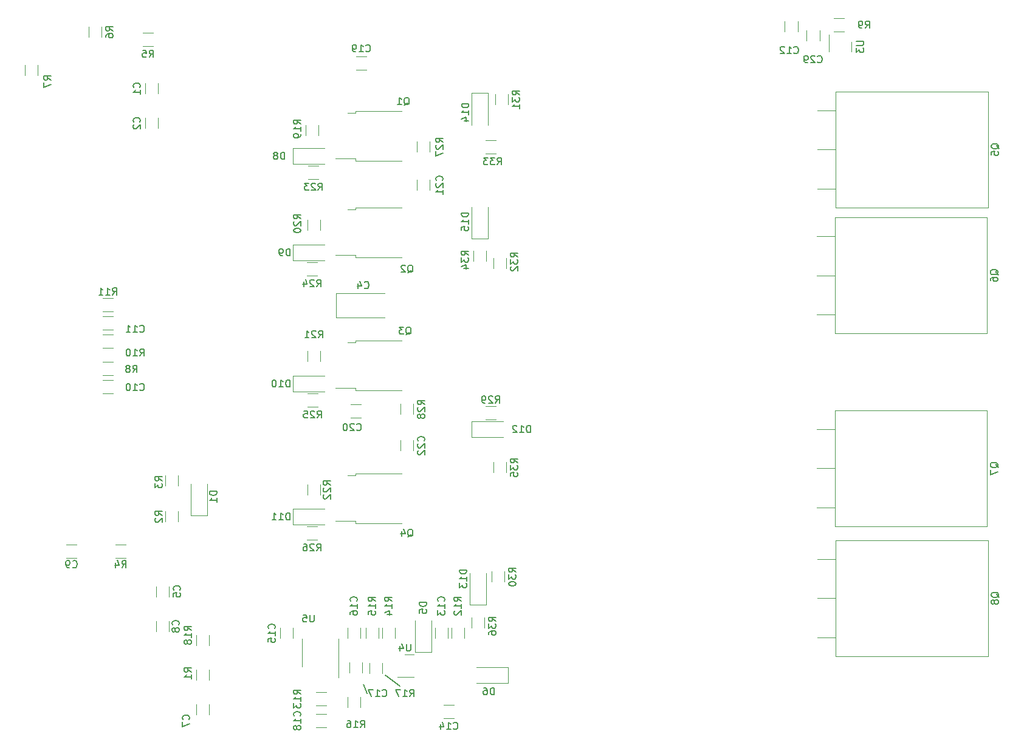
<source format=gbr>
%TF.GenerationSoftware,KiCad,Pcbnew,7.0.2*%
%TF.CreationDate,2023-05-30T11:20:00+02:00*%
%TF.ProjectId,Module_1,4d6f6475-6c65-45f3-912e-6b696361645f,rev?*%
%TF.SameCoordinates,Original*%
%TF.FileFunction,Legend,Bot*%
%TF.FilePolarity,Positive*%
%FSLAX46Y46*%
G04 Gerber Fmt 4.6, Leading zero omitted, Abs format (unit mm)*
G04 Created by KiCad (PCBNEW 7.0.2) date 2023-05-30 11:20:00*
%MOMM*%
%LPD*%
G01*
G04 APERTURE LIST*
%ADD10C,0.150000*%
%ADD11C,0.120000*%
G04 APERTURE END LIST*
D10*
X109728000Y-130810000D02*
X109220000Y-129540000D01*
X114300000Y-129794000D02*
X112268000Y-128270000D01*
%TO.C,R4*%
X75604666Y-113280619D02*
X75937999Y-112804428D01*
X76176094Y-113280619D02*
X76176094Y-112280619D01*
X76176094Y-112280619D02*
X75795142Y-112280619D01*
X75795142Y-112280619D02*
X75699904Y-112328238D01*
X75699904Y-112328238D02*
X75652285Y-112375857D01*
X75652285Y-112375857D02*
X75604666Y-112471095D01*
X75604666Y-112471095D02*
X75604666Y-112613952D01*
X75604666Y-112613952D02*
X75652285Y-112709190D01*
X75652285Y-112709190D02*
X75699904Y-112756809D01*
X75699904Y-112756809D02*
X75795142Y-112804428D01*
X75795142Y-112804428D02*
X76176094Y-112804428D01*
X74747523Y-112613952D02*
X74747523Y-113280619D01*
X74985618Y-112233000D02*
X75223713Y-112947285D01*
X75223713Y-112947285D02*
X74604666Y-112947285D01*
%TO.C,D14*%
X123938619Y-48569714D02*
X122938619Y-48569714D01*
X122938619Y-48569714D02*
X122938619Y-48807809D01*
X122938619Y-48807809D02*
X122986238Y-48950666D01*
X122986238Y-48950666D02*
X123081476Y-49045904D01*
X123081476Y-49045904D02*
X123176714Y-49093523D01*
X123176714Y-49093523D02*
X123367190Y-49141142D01*
X123367190Y-49141142D02*
X123510047Y-49141142D01*
X123510047Y-49141142D02*
X123700523Y-49093523D01*
X123700523Y-49093523D02*
X123795761Y-49045904D01*
X123795761Y-49045904D02*
X123891000Y-48950666D01*
X123891000Y-48950666D02*
X123938619Y-48807809D01*
X123938619Y-48807809D02*
X123938619Y-48569714D01*
X123938619Y-50093523D02*
X123938619Y-49522095D01*
X123938619Y-49807809D02*
X122938619Y-49807809D01*
X122938619Y-49807809D02*
X123081476Y-49712571D01*
X123081476Y-49712571D02*
X123176714Y-49617333D01*
X123176714Y-49617333D02*
X123224333Y-49522095D01*
X123271952Y-50950666D02*
X123938619Y-50950666D01*
X122891000Y-50712571D02*
X123605285Y-50474476D01*
X123605285Y-50474476D02*
X123605285Y-51093523D01*
%TO.C,R19*%
X100538619Y-51427142D02*
X100062428Y-51093809D01*
X100538619Y-50855714D02*
X99538619Y-50855714D01*
X99538619Y-50855714D02*
X99538619Y-51236666D01*
X99538619Y-51236666D02*
X99586238Y-51331904D01*
X99586238Y-51331904D02*
X99633857Y-51379523D01*
X99633857Y-51379523D02*
X99729095Y-51427142D01*
X99729095Y-51427142D02*
X99871952Y-51427142D01*
X99871952Y-51427142D02*
X99967190Y-51379523D01*
X99967190Y-51379523D02*
X100014809Y-51331904D01*
X100014809Y-51331904D02*
X100062428Y-51236666D01*
X100062428Y-51236666D02*
X100062428Y-50855714D01*
X100538619Y-52379523D02*
X100538619Y-51808095D01*
X100538619Y-52093809D02*
X99538619Y-52093809D01*
X99538619Y-52093809D02*
X99681476Y-51998571D01*
X99681476Y-51998571D02*
X99776714Y-51903333D01*
X99776714Y-51903333D02*
X99824333Y-51808095D01*
X100538619Y-52855714D02*
X100538619Y-53046190D01*
X100538619Y-53046190D02*
X100491000Y-53141428D01*
X100491000Y-53141428D02*
X100443380Y-53189047D01*
X100443380Y-53189047D02*
X100300523Y-53284285D01*
X100300523Y-53284285D02*
X100110047Y-53331904D01*
X100110047Y-53331904D02*
X99729095Y-53331904D01*
X99729095Y-53331904D02*
X99633857Y-53284285D01*
X99633857Y-53284285D02*
X99586238Y-53236666D01*
X99586238Y-53236666D02*
X99538619Y-53141428D01*
X99538619Y-53141428D02*
X99538619Y-52950952D01*
X99538619Y-52950952D02*
X99586238Y-52855714D01*
X99586238Y-52855714D02*
X99633857Y-52808095D01*
X99633857Y-52808095D02*
X99729095Y-52760476D01*
X99729095Y-52760476D02*
X99967190Y-52760476D01*
X99967190Y-52760476D02*
X100062428Y-52808095D01*
X100062428Y-52808095D02*
X100110047Y-52855714D01*
X100110047Y-52855714D02*
X100157666Y-52950952D01*
X100157666Y-52950952D02*
X100157666Y-53141428D01*
X100157666Y-53141428D02*
X100110047Y-53236666D01*
X100110047Y-53236666D02*
X100062428Y-53284285D01*
X100062428Y-53284285D02*
X99967190Y-53331904D01*
%TO.C,C8*%
X83497380Y-121294333D02*
X83545000Y-121246714D01*
X83545000Y-121246714D02*
X83592619Y-121103857D01*
X83592619Y-121103857D02*
X83592619Y-121008619D01*
X83592619Y-121008619D02*
X83545000Y-120865762D01*
X83545000Y-120865762D02*
X83449761Y-120770524D01*
X83449761Y-120770524D02*
X83354523Y-120722905D01*
X83354523Y-120722905D02*
X83164047Y-120675286D01*
X83164047Y-120675286D02*
X83021190Y-120675286D01*
X83021190Y-120675286D02*
X82830714Y-120722905D01*
X82830714Y-120722905D02*
X82735476Y-120770524D01*
X82735476Y-120770524D02*
X82640238Y-120865762D01*
X82640238Y-120865762D02*
X82592619Y-121008619D01*
X82592619Y-121008619D02*
X82592619Y-121103857D01*
X82592619Y-121103857D02*
X82640238Y-121246714D01*
X82640238Y-121246714D02*
X82687857Y-121294333D01*
X83021190Y-121865762D02*
X82973571Y-121770524D01*
X82973571Y-121770524D02*
X82925952Y-121722905D01*
X82925952Y-121722905D02*
X82830714Y-121675286D01*
X82830714Y-121675286D02*
X82783095Y-121675286D01*
X82783095Y-121675286D02*
X82687857Y-121722905D01*
X82687857Y-121722905D02*
X82640238Y-121770524D01*
X82640238Y-121770524D02*
X82592619Y-121865762D01*
X82592619Y-121865762D02*
X82592619Y-122056238D01*
X82592619Y-122056238D02*
X82640238Y-122151476D01*
X82640238Y-122151476D02*
X82687857Y-122199095D01*
X82687857Y-122199095D02*
X82783095Y-122246714D01*
X82783095Y-122246714D02*
X82830714Y-122246714D01*
X82830714Y-122246714D02*
X82925952Y-122199095D01*
X82925952Y-122199095D02*
X82973571Y-122151476D01*
X82973571Y-122151476D02*
X83021190Y-122056238D01*
X83021190Y-122056238D02*
X83021190Y-121865762D01*
X83021190Y-121865762D02*
X83068809Y-121770524D01*
X83068809Y-121770524D02*
X83116428Y-121722905D01*
X83116428Y-121722905D02*
X83211666Y-121675286D01*
X83211666Y-121675286D02*
X83402142Y-121675286D01*
X83402142Y-121675286D02*
X83497380Y-121722905D01*
X83497380Y-121722905D02*
X83545000Y-121770524D01*
X83545000Y-121770524D02*
X83592619Y-121865762D01*
X83592619Y-121865762D02*
X83592619Y-122056238D01*
X83592619Y-122056238D02*
X83545000Y-122151476D01*
X83545000Y-122151476D02*
X83497380Y-122199095D01*
X83497380Y-122199095D02*
X83402142Y-122246714D01*
X83402142Y-122246714D02*
X83211666Y-122246714D01*
X83211666Y-122246714D02*
X83116428Y-122199095D01*
X83116428Y-122199095D02*
X83068809Y-122151476D01*
X83068809Y-122151476D02*
X83021190Y-122056238D01*
%TO.C,Q4*%
X115411238Y-109015857D02*
X115506476Y-108968238D01*
X115506476Y-108968238D02*
X115601714Y-108873000D01*
X115601714Y-108873000D02*
X115744571Y-108730142D01*
X115744571Y-108730142D02*
X115839809Y-108682523D01*
X115839809Y-108682523D02*
X115935047Y-108682523D01*
X115887428Y-108920619D02*
X115982666Y-108873000D01*
X115982666Y-108873000D02*
X116077904Y-108777761D01*
X116077904Y-108777761D02*
X116125523Y-108587285D01*
X116125523Y-108587285D02*
X116125523Y-108253952D01*
X116125523Y-108253952D02*
X116077904Y-108063476D01*
X116077904Y-108063476D02*
X115982666Y-107968238D01*
X115982666Y-107968238D02*
X115887428Y-107920619D01*
X115887428Y-107920619D02*
X115696952Y-107920619D01*
X115696952Y-107920619D02*
X115601714Y-107968238D01*
X115601714Y-107968238D02*
X115506476Y-108063476D01*
X115506476Y-108063476D02*
X115458857Y-108253952D01*
X115458857Y-108253952D02*
X115458857Y-108587285D01*
X115458857Y-108587285D02*
X115506476Y-108777761D01*
X115506476Y-108777761D02*
X115601714Y-108873000D01*
X115601714Y-108873000D02*
X115696952Y-108920619D01*
X115696952Y-108920619D02*
X115887428Y-108920619D01*
X114601714Y-108253952D02*
X114601714Y-108920619D01*
X114839809Y-107873000D02*
X115077904Y-108587285D01*
X115077904Y-108587285D02*
X114458857Y-108587285D01*
%TO.C,R12*%
X122890619Y-117975142D02*
X122414428Y-117641809D01*
X122890619Y-117403714D02*
X121890619Y-117403714D01*
X121890619Y-117403714D02*
X121890619Y-117784666D01*
X121890619Y-117784666D02*
X121938238Y-117879904D01*
X121938238Y-117879904D02*
X121985857Y-117927523D01*
X121985857Y-117927523D02*
X122081095Y-117975142D01*
X122081095Y-117975142D02*
X122223952Y-117975142D01*
X122223952Y-117975142D02*
X122319190Y-117927523D01*
X122319190Y-117927523D02*
X122366809Y-117879904D01*
X122366809Y-117879904D02*
X122414428Y-117784666D01*
X122414428Y-117784666D02*
X122414428Y-117403714D01*
X122890619Y-118927523D02*
X122890619Y-118356095D01*
X122890619Y-118641809D02*
X121890619Y-118641809D01*
X121890619Y-118641809D02*
X122033476Y-118546571D01*
X122033476Y-118546571D02*
X122128714Y-118451333D01*
X122128714Y-118451333D02*
X122176333Y-118356095D01*
X121985857Y-119308476D02*
X121938238Y-119356095D01*
X121938238Y-119356095D02*
X121890619Y-119451333D01*
X121890619Y-119451333D02*
X121890619Y-119689428D01*
X121890619Y-119689428D02*
X121938238Y-119784666D01*
X121938238Y-119784666D02*
X121985857Y-119832285D01*
X121985857Y-119832285D02*
X122081095Y-119879904D01*
X122081095Y-119879904D02*
X122176333Y-119879904D01*
X122176333Y-119879904D02*
X122319190Y-119832285D01*
X122319190Y-119832285D02*
X122890619Y-119260857D01*
X122890619Y-119260857D02*
X122890619Y-119879904D01*
%TO.C,Q5*%
X197817857Y-54904761D02*
X197770238Y-54809523D01*
X197770238Y-54809523D02*
X197675000Y-54714285D01*
X197675000Y-54714285D02*
X197532142Y-54571428D01*
X197532142Y-54571428D02*
X197484523Y-54476190D01*
X197484523Y-54476190D02*
X197484523Y-54380952D01*
X197722619Y-54428571D02*
X197675000Y-54333333D01*
X197675000Y-54333333D02*
X197579761Y-54238095D01*
X197579761Y-54238095D02*
X197389285Y-54190476D01*
X197389285Y-54190476D02*
X197055952Y-54190476D01*
X197055952Y-54190476D02*
X196865476Y-54238095D01*
X196865476Y-54238095D02*
X196770238Y-54333333D01*
X196770238Y-54333333D02*
X196722619Y-54428571D01*
X196722619Y-54428571D02*
X196722619Y-54619047D01*
X196722619Y-54619047D02*
X196770238Y-54714285D01*
X196770238Y-54714285D02*
X196865476Y-54809523D01*
X196865476Y-54809523D02*
X197055952Y-54857142D01*
X197055952Y-54857142D02*
X197389285Y-54857142D01*
X197389285Y-54857142D02*
X197579761Y-54809523D01*
X197579761Y-54809523D02*
X197675000Y-54714285D01*
X197675000Y-54714285D02*
X197722619Y-54619047D01*
X197722619Y-54619047D02*
X197722619Y-54428571D01*
X196722619Y-55761904D02*
X196722619Y-55285714D01*
X196722619Y-55285714D02*
X197198809Y-55238095D01*
X197198809Y-55238095D02*
X197151190Y-55285714D01*
X197151190Y-55285714D02*
X197103571Y-55380952D01*
X197103571Y-55380952D02*
X197103571Y-55619047D01*
X197103571Y-55619047D02*
X197151190Y-55714285D01*
X197151190Y-55714285D02*
X197198809Y-55761904D01*
X197198809Y-55761904D02*
X197294047Y-55809523D01*
X197294047Y-55809523D02*
X197532142Y-55809523D01*
X197532142Y-55809523D02*
X197627380Y-55761904D01*
X197627380Y-55761904D02*
X197675000Y-55714285D01*
X197675000Y-55714285D02*
X197722619Y-55619047D01*
X197722619Y-55619047D02*
X197722619Y-55380952D01*
X197722619Y-55380952D02*
X197675000Y-55285714D01*
X197675000Y-55285714D02*
X197627380Y-55238095D01*
%TO.C,R35*%
X130764619Y-98671142D02*
X130288428Y-98337809D01*
X130764619Y-98099714D02*
X129764619Y-98099714D01*
X129764619Y-98099714D02*
X129764619Y-98480666D01*
X129764619Y-98480666D02*
X129812238Y-98575904D01*
X129812238Y-98575904D02*
X129859857Y-98623523D01*
X129859857Y-98623523D02*
X129955095Y-98671142D01*
X129955095Y-98671142D02*
X130097952Y-98671142D01*
X130097952Y-98671142D02*
X130193190Y-98623523D01*
X130193190Y-98623523D02*
X130240809Y-98575904D01*
X130240809Y-98575904D02*
X130288428Y-98480666D01*
X130288428Y-98480666D02*
X130288428Y-98099714D01*
X129764619Y-99004476D02*
X129764619Y-99623523D01*
X129764619Y-99623523D02*
X130145571Y-99290190D01*
X130145571Y-99290190D02*
X130145571Y-99433047D01*
X130145571Y-99433047D02*
X130193190Y-99528285D01*
X130193190Y-99528285D02*
X130240809Y-99575904D01*
X130240809Y-99575904D02*
X130336047Y-99623523D01*
X130336047Y-99623523D02*
X130574142Y-99623523D01*
X130574142Y-99623523D02*
X130669380Y-99575904D01*
X130669380Y-99575904D02*
X130717000Y-99528285D01*
X130717000Y-99528285D02*
X130764619Y-99433047D01*
X130764619Y-99433047D02*
X130764619Y-99147333D01*
X130764619Y-99147333D02*
X130717000Y-99052095D01*
X130717000Y-99052095D02*
X130669380Y-99004476D01*
X129764619Y-100528285D02*
X129764619Y-100052095D01*
X129764619Y-100052095D02*
X130240809Y-100004476D01*
X130240809Y-100004476D02*
X130193190Y-100052095D01*
X130193190Y-100052095D02*
X130145571Y-100147333D01*
X130145571Y-100147333D02*
X130145571Y-100385428D01*
X130145571Y-100385428D02*
X130193190Y-100480666D01*
X130193190Y-100480666D02*
X130240809Y-100528285D01*
X130240809Y-100528285D02*
X130336047Y-100575904D01*
X130336047Y-100575904D02*
X130574142Y-100575904D01*
X130574142Y-100575904D02*
X130669380Y-100528285D01*
X130669380Y-100528285D02*
X130717000Y-100480666D01*
X130717000Y-100480666D02*
X130764619Y-100385428D01*
X130764619Y-100385428D02*
X130764619Y-100147333D01*
X130764619Y-100147333D02*
X130717000Y-100052095D01*
X130717000Y-100052095D02*
X130669380Y-100004476D01*
%TO.C,R29*%
X127642857Y-90336619D02*
X127976190Y-89860428D01*
X128214285Y-90336619D02*
X128214285Y-89336619D01*
X128214285Y-89336619D02*
X127833333Y-89336619D01*
X127833333Y-89336619D02*
X127738095Y-89384238D01*
X127738095Y-89384238D02*
X127690476Y-89431857D01*
X127690476Y-89431857D02*
X127642857Y-89527095D01*
X127642857Y-89527095D02*
X127642857Y-89669952D01*
X127642857Y-89669952D02*
X127690476Y-89765190D01*
X127690476Y-89765190D02*
X127738095Y-89812809D01*
X127738095Y-89812809D02*
X127833333Y-89860428D01*
X127833333Y-89860428D02*
X128214285Y-89860428D01*
X127261904Y-89431857D02*
X127214285Y-89384238D01*
X127214285Y-89384238D02*
X127119047Y-89336619D01*
X127119047Y-89336619D02*
X126880952Y-89336619D01*
X126880952Y-89336619D02*
X126785714Y-89384238D01*
X126785714Y-89384238D02*
X126738095Y-89431857D01*
X126738095Y-89431857D02*
X126690476Y-89527095D01*
X126690476Y-89527095D02*
X126690476Y-89622333D01*
X126690476Y-89622333D02*
X126738095Y-89765190D01*
X126738095Y-89765190D02*
X127309523Y-90336619D01*
X127309523Y-90336619D02*
X126690476Y-90336619D01*
X126214285Y-90336619D02*
X126023809Y-90336619D01*
X126023809Y-90336619D02*
X125928571Y-90289000D01*
X125928571Y-90289000D02*
X125880952Y-90241380D01*
X125880952Y-90241380D02*
X125785714Y-90098523D01*
X125785714Y-90098523D02*
X125738095Y-89908047D01*
X125738095Y-89908047D02*
X125738095Y-89527095D01*
X125738095Y-89527095D02*
X125785714Y-89431857D01*
X125785714Y-89431857D02*
X125833333Y-89384238D01*
X125833333Y-89384238D02*
X125928571Y-89336619D01*
X125928571Y-89336619D02*
X126119047Y-89336619D01*
X126119047Y-89336619D02*
X126214285Y-89384238D01*
X126214285Y-89384238D02*
X126261904Y-89431857D01*
X126261904Y-89431857D02*
X126309523Y-89527095D01*
X126309523Y-89527095D02*
X126309523Y-89765190D01*
X126309523Y-89765190D02*
X126261904Y-89860428D01*
X126261904Y-89860428D02*
X126214285Y-89908047D01*
X126214285Y-89908047D02*
X126119047Y-89955666D01*
X126119047Y-89955666D02*
X125928571Y-89955666D01*
X125928571Y-89955666D02*
X125833333Y-89908047D01*
X125833333Y-89908047D02*
X125785714Y-89860428D01*
X125785714Y-89860428D02*
X125738095Y-89765190D01*
%TO.C,R1*%
X85298619Y-127849333D02*
X84822428Y-127516000D01*
X85298619Y-127277905D02*
X84298619Y-127277905D01*
X84298619Y-127277905D02*
X84298619Y-127658857D01*
X84298619Y-127658857D02*
X84346238Y-127754095D01*
X84346238Y-127754095D02*
X84393857Y-127801714D01*
X84393857Y-127801714D02*
X84489095Y-127849333D01*
X84489095Y-127849333D02*
X84631952Y-127849333D01*
X84631952Y-127849333D02*
X84727190Y-127801714D01*
X84727190Y-127801714D02*
X84774809Y-127754095D01*
X84774809Y-127754095D02*
X84822428Y-127658857D01*
X84822428Y-127658857D02*
X84822428Y-127277905D01*
X85298619Y-128801714D02*
X85298619Y-128230286D01*
X85298619Y-128516000D02*
X84298619Y-128516000D01*
X84298619Y-128516000D02*
X84441476Y-128420762D01*
X84441476Y-128420762D02*
X84536714Y-128325524D01*
X84536714Y-128325524D02*
X84584333Y-128230286D01*
%TO.C,D9*%
X99036094Y-69804619D02*
X99036094Y-68804619D01*
X99036094Y-68804619D02*
X98797999Y-68804619D01*
X98797999Y-68804619D02*
X98655142Y-68852238D01*
X98655142Y-68852238D02*
X98559904Y-68947476D01*
X98559904Y-68947476D02*
X98512285Y-69042714D01*
X98512285Y-69042714D02*
X98464666Y-69233190D01*
X98464666Y-69233190D02*
X98464666Y-69376047D01*
X98464666Y-69376047D02*
X98512285Y-69566523D01*
X98512285Y-69566523D02*
X98559904Y-69661761D01*
X98559904Y-69661761D02*
X98655142Y-69757000D01*
X98655142Y-69757000D02*
X98797999Y-69804619D01*
X98797999Y-69804619D02*
X99036094Y-69804619D01*
X97988475Y-69804619D02*
X97797999Y-69804619D01*
X97797999Y-69804619D02*
X97702761Y-69757000D01*
X97702761Y-69757000D02*
X97655142Y-69709380D01*
X97655142Y-69709380D02*
X97559904Y-69566523D01*
X97559904Y-69566523D02*
X97512285Y-69376047D01*
X97512285Y-69376047D02*
X97512285Y-68995095D01*
X97512285Y-68995095D02*
X97559904Y-68899857D01*
X97559904Y-68899857D02*
X97607523Y-68852238D01*
X97607523Y-68852238D02*
X97702761Y-68804619D01*
X97702761Y-68804619D02*
X97893237Y-68804619D01*
X97893237Y-68804619D02*
X97988475Y-68852238D01*
X97988475Y-68852238D02*
X98036094Y-68899857D01*
X98036094Y-68899857D02*
X98083713Y-68995095D01*
X98083713Y-68995095D02*
X98083713Y-69233190D01*
X98083713Y-69233190D02*
X98036094Y-69328428D01*
X98036094Y-69328428D02*
X97988475Y-69376047D01*
X97988475Y-69376047D02*
X97893237Y-69423666D01*
X97893237Y-69423666D02*
X97702761Y-69423666D01*
X97702761Y-69423666D02*
X97607523Y-69376047D01*
X97607523Y-69376047D02*
X97559904Y-69328428D01*
X97559904Y-69328428D02*
X97512285Y-69233190D01*
%TO.C,C12*%
X169232857Y-41515380D02*
X169280476Y-41563000D01*
X169280476Y-41563000D02*
X169423333Y-41610619D01*
X169423333Y-41610619D02*
X169518571Y-41610619D01*
X169518571Y-41610619D02*
X169661428Y-41563000D01*
X169661428Y-41563000D02*
X169756666Y-41467761D01*
X169756666Y-41467761D02*
X169804285Y-41372523D01*
X169804285Y-41372523D02*
X169851904Y-41182047D01*
X169851904Y-41182047D02*
X169851904Y-41039190D01*
X169851904Y-41039190D02*
X169804285Y-40848714D01*
X169804285Y-40848714D02*
X169756666Y-40753476D01*
X169756666Y-40753476D02*
X169661428Y-40658238D01*
X169661428Y-40658238D02*
X169518571Y-40610619D01*
X169518571Y-40610619D02*
X169423333Y-40610619D01*
X169423333Y-40610619D02*
X169280476Y-40658238D01*
X169280476Y-40658238D02*
X169232857Y-40705857D01*
X168280476Y-41610619D02*
X168851904Y-41610619D01*
X168566190Y-41610619D02*
X168566190Y-40610619D01*
X168566190Y-40610619D02*
X168661428Y-40753476D01*
X168661428Y-40753476D02*
X168756666Y-40848714D01*
X168756666Y-40848714D02*
X168851904Y-40896333D01*
X167899523Y-40705857D02*
X167851904Y-40658238D01*
X167851904Y-40658238D02*
X167756666Y-40610619D01*
X167756666Y-40610619D02*
X167518571Y-40610619D01*
X167518571Y-40610619D02*
X167423333Y-40658238D01*
X167423333Y-40658238D02*
X167375714Y-40705857D01*
X167375714Y-40705857D02*
X167328095Y-40801095D01*
X167328095Y-40801095D02*
X167328095Y-40896333D01*
X167328095Y-40896333D02*
X167375714Y-41039190D01*
X167375714Y-41039190D02*
X167947142Y-41610619D01*
X167947142Y-41610619D02*
X167328095Y-41610619D01*
%TO.C,Q1*%
X114903238Y-48817857D02*
X114998476Y-48770238D01*
X114998476Y-48770238D02*
X115093714Y-48675000D01*
X115093714Y-48675000D02*
X115236571Y-48532142D01*
X115236571Y-48532142D02*
X115331809Y-48484523D01*
X115331809Y-48484523D02*
X115427047Y-48484523D01*
X115379428Y-48722619D02*
X115474666Y-48675000D01*
X115474666Y-48675000D02*
X115569904Y-48579761D01*
X115569904Y-48579761D02*
X115617523Y-48389285D01*
X115617523Y-48389285D02*
X115617523Y-48055952D01*
X115617523Y-48055952D02*
X115569904Y-47865476D01*
X115569904Y-47865476D02*
X115474666Y-47770238D01*
X115474666Y-47770238D02*
X115379428Y-47722619D01*
X115379428Y-47722619D02*
X115188952Y-47722619D01*
X115188952Y-47722619D02*
X115093714Y-47770238D01*
X115093714Y-47770238D02*
X114998476Y-47865476D01*
X114998476Y-47865476D02*
X114950857Y-48055952D01*
X114950857Y-48055952D02*
X114950857Y-48389285D01*
X114950857Y-48389285D02*
X114998476Y-48579761D01*
X114998476Y-48579761D02*
X115093714Y-48675000D01*
X115093714Y-48675000D02*
X115188952Y-48722619D01*
X115188952Y-48722619D02*
X115379428Y-48722619D01*
X113998476Y-48722619D02*
X114569904Y-48722619D01*
X114284190Y-48722619D02*
X114284190Y-47722619D01*
X114284190Y-47722619D02*
X114379428Y-47865476D01*
X114379428Y-47865476D02*
X114474666Y-47960714D01*
X114474666Y-47960714D02*
X114569904Y-48008333D01*
%TO.C,R2*%
X81234619Y-106005333D02*
X80758428Y-105672000D01*
X81234619Y-105433905D02*
X80234619Y-105433905D01*
X80234619Y-105433905D02*
X80234619Y-105814857D01*
X80234619Y-105814857D02*
X80282238Y-105910095D01*
X80282238Y-105910095D02*
X80329857Y-105957714D01*
X80329857Y-105957714D02*
X80425095Y-106005333D01*
X80425095Y-106005333D02*
X80567952Y-106005333D01*
X80567952Y-106005333D02*
X80663190Y-105957714D01*
X80663190Y-105957714D02*
X80710809Y-105910095D01*
X80710809Y-105910095D02*
X80758428Y-105814857D01*
X80758428Y-105814857D02*
X80758428Y-105433905D01*
X80329857Y-106386286D02*
X80282238Y-106433905D01*
X80282238Y-106433905D02*
X80234619Y-106529143D01*
X80234619Y-106529143D02*
X80234619Y-106767238D01*
X80234619Y-106767238D02*
X80282238Y-106862476D01*
X80282238Y-106862476D02*
X80329857Y-106910095D01*
X80329857Y-106910095D02*
X80425095Y-106957714D01*
X80425095Y-106957714D02*
X80520333Y-106957714D01*
X80520333Y-106957714D02*
X80663190Y-106910095D01*
X80663190Y-106910095D02*
X81234619Y-106338667D01*
X81234619Y-106338667D02*
X81234619Y-106957714D01*
%TO.C,C5*%
X83679380Y-116419333D02*
X83727000Y-116371714D01*
X83727000Y-116371714D02*
X83774619Y-116228857D01*
X83774619Y-116228857D02*
X83774619Y-116133619D01*
X83774619Y-116133619D02*
X83727000Y-115990762D01*
X83727000Y-115990762D02*
X83631761Y-115895524D01*
X83631761Y-115895524D02*
X83536523Y-115847905D01*
X83536523Y-115847905D02*
X83346047Y-115800286D01*
X83346047Y-115800286D02*
X83203190Y-115800286D01*
X83203190Y-115800286D02*
X83012714Y-115847905D01*
X83012714Y-115847905D02*
X82917476Y-115895524D01*
X82917476Y-115895524D02*
X82822238Y-115990762D01*
X82822238Y-115990762D02*
X82774619Y-116133619D01*
X82774619Y-116133619D02*
X82774619Y-116228857D01*
X82774619Y-116228857D02*
X82822238Y-116371714D01*
X82822238Y-116371714D02*
X82869857Y-116419333D01*
X82774619Y-117324095D02*
X82774619Y-116847905D01*
X82774619Y-116847905D02*
X83250809Y-116800286D01*
X83250809Y-116800286D02*
X83203190Y-116847905D01*
X83203190Y-116847905D02*
X83155571Y-116943143D01*
X83155571Y-116943143D02*
X83155571Y-117181238D01*
X83155571Y-117181238D02*
X83203190Y-117276476D01*
X83203190Y-117276476D02*
X83250809Y-117324095D01*
X83250809Y-117324095D02*
X83346047Y-117371714D01*
X83346047Y-117371714D02*
X83584142Y-117371714D01*
X83584142Y-117371714D02*
X83679380Y-117324095D01*
X83679380Y-117324095D02*
X83727000Y-117276476D01*
X83727000Y-117276476D02*
X83774619Y-117181238D01*
X83774619Y-117181238D02*
X83774619Y-116943143D01*
X83774619Y-116943143D02*
X83727000Y-116847905D01*
X83727000Y-116847905D02*
X83679380Y-116800286D01*
%TO.C,R9*%
X179170666Y-38054619D02*
X179503999Y-37578428D01*
X179742094Y-38054619D02*
X179742094Y-37054619D01*
X179742094Y-37054619D02*
X179361142Y-37054619D01*
X179361142Y-37054619D02*
X179265904Y-37102238D01*
X179265904Y-37102238D02*
X179218285Y-37149857D01*
X179218285Y-37149857D02*
X179170666Y-37245095D01*
X179170666Y-37245095D02*
X179170666Y-37387952D01*
X179170666Y-37387952D02*
X179218285Y-37483190D01*
X179218285Y-37483190D02*
X179265904Y-37530809D01*
X179265904Y-37530809D02*
X179361142Y-37578428D01*
X179361142Y-37578428D02*
X179742094Y-37578428D01*
X178694475Y-38054619D02*
X178503999Y-38054619D01*
X178503999Y-38054619D02*
X178408761Y-38007000D01*
X178408761Y-38007000D02*
X178361142Y-37959380D01*
X178361142Y-37959380D02*
X178265904Y-37816523D01*
X178265904Y-37816523D02*
X178218285Y-37626047D01*
X178218285Y-37626047D02*
X178218285Y-37245095D01*
X178218285Y-37245095D02*
X178265904Y-37149857D01*
X178265904Y-37149857D02*
X178313523Y-37102238D01*
X178313523Y-37102238D02*
X178408761Y-37054619D01*
X178408761Y-37054619D02*
X178599237Y-37054619D01*
X178599237Y-37054619D02*
X178694475Y-37102238D01*
X178694475Y-37102238D02*
X178742094Y-37149857D01*
X178742094Y-37149857D02*
X178789713Y-37245095D01*
X178789713Y-37245095D02*
X178789713Y-37483190D01*
X178789713Y-37483190D02*
X178742094Y-37578428D01*
X178742094Y-37578428D02*
X178694475Y-37626047D01*
X178694475Y-37626047D02*
X178599237Y-37673666D01*
X178599237Y-37673666D02*
X178408761Y-37673666D01*
X178408761Y-37673666D02*
X178313523Y-37626047D01*
X178313523Y-37626047D02*
X178265904Y-37578428D01*
X178265904Y-37578428D02*
X178218285Y-37483190D01*
%TO.C,C22*%
X117715380Y-95623142D02*
X117763000Y-95575523D01*
X117763000Y-95575523D02*
X117810619Y-95432666D01*
X117810619Y-95432666D02*
X117810619Y-95337428D01*
X117810619Y-95337428D02*
X117763000Y-95194571D01*
X117763000Y-95194571D02*
X117667761Y-95099333D01*
X117667761Y-95099333D02*
X117572523Y-95051714D01*
X117572523Y-95051714D02*
X117382047Y-95004095D01*
X117382047Y-95004095D02*
X117239190Y-95004095D01*
X117239190Y-95004095D02*
X117048714Y-95051714D01*
X117048714Y-95051714D02*
X116953476Y-95099333D01*
X116953476Y-95099333D02*
X116858238Y-95194571D01*
X116858238Y-95194571D02*
X116810619Y-95337428D01*
X116810619Y-95337428D02*
X116810619Y-95432666D01*
X116810619Y-95432666D02*
X116858238Y-95575523D01*
X116858238Y-95575523D02*
X116905857Y-95623142D01*
X116905857Y-96004095D02*
X116858238Y-96051714D01*
X116858238Y-96051714D02*
X116810619Y-96146952D01*
X116810619Y-96146952D02*
X116810619Y-96385047D01*
X116810619Y-96385047D02*
X116858238Y-96480285D01*
X116858238Y-96480285D02*
X116905857Y-96527904D01*
X116905857Y-96527904D02*
X117001095Y-96575523D01*
X117001095Y-96575523D02*
X117096333Y-96575523D01*
X117096333Y-96575523D02*
X117239190Y-96527904D01*
X117239190Y-96527904D02*
X117810619Y-95956476D01*
X117810619Y-95956476D02*
X117810619Y-96575523D01*
X116905857Y-96956476D02*
X116858238Y-97004095D01*
X116858238Y-97004095D02*
X116810619Y-97099333D01*
X116810619Y-97099333D02*
X116810619Y-97337428D01*
X116810619Y-97337428D02*
X116858238Y-97432666D01*
X116858238Y-97432666D02*
X116905857Y-97480285D01*
X116905857Y-97480285D02*
X117001095Y-97527904D01*
X117001095Y-97527904D02*
X117096333Y-97527904D01*
X117096333Y-97527904D02*
X117239190Y-97480285D01*
X117239190Y-97480285D02*
X117810619Y-96908857D01*
X117810619Y-96908857D02*
X117810619Y-97527904D01*
%TO.C,C10*%
X78112857Y-88505380D02*
X78160476Y-88553000D01*
X78160476Y-88553000D02*
X78303333Y-88600619D01*
X78303333Y-88600619D02*
X78398571Y-88600619D01*
X78398571Y-88600619D02*
X78541428Y-88553000D01*
X78541428Y-88553000D02*
X78636666Y-88457761D01*
X78636666Y-88457761D02*
X78684285Y-88362523D01*
X78684285Y-88362523D02*
X78731904Y-88172047D01*
X78731904Y-88172047D02*
X78731904Y-88029190D01*
X78731904Y-88029190D02*
X78684285Y-87838714D01*
X78684285Y-87838714D02*
X78636666Y-87743476D01*
X78636666Y-87743476D02*
X78541428Y-87648238D01*
X78541428Y-87648238D02*
X78398571Y-87600619D01*
X78398571Y-87600619D02*
X78303333Y-87600619D01*
X78303333Y-87600619D02*
X78160476Y-87648238D01*
X78160476Y-87648238D02*
X78112857Y-87695857D01*
X77160476Y-88600619D02*
X77731904Y-88600619D01*
X77446190Y-88600619D02*
X77446190Y-87600619D01*
X77446190Y-87600619D02*
X77541428Y-87743476D01*
X77541428Y-87743476D02*
X77636666Y-87838714D01*
X77636666Y-87838714D02*
X77731904Y-87886333D01*
X76541428Y-87600619D02*
X76446190Y-87600619D01*
X76446190Y-87600619D02*
X76350952Y-87648238D01*
X76350952Y-87648238D02*
X76303333Y-87695857D01*
X76303333Y-87695857D02*
X76255714Y-87791095D01*
X76255714Y-87791095D02*
X76208095Y-87981571D01*
X76208095Y-87981571D02*
X76208095Y-88219666D01*
X76208095Y-88219666D02*
X76255714Y-88410142D01*
X76255714Y-88410142D02*
X76303333Y-88505380D01*
X76303333Y-88505380D02*
X76350952Y-88553000D01*
X76350952Y-88553000D02*
X76446190Y-88600619D01*
X76446190Y-88600619D02*
X76541428Y-88600619D01*
X76541428Y-88600619D02*
X76636666Y-88553000D01*
X76636666Y-88553000D02*
X76684285Y-88505380D01*
X76684285Y-88505380D02*
X76731904Y-88410142D01*
X76731904Y-88410142D02*
X76779523Y-88219666D01*
X76779523Y-88219666D02*
X76779523Y-87981571D01*
X76779523Y-87981571D02*
X76731904Y-87791095D01*
X76731904Y-87791095D02*
X76684285Y-87695857D01*
X76684285Y-87695857D02*
X76636666Y-87648238D01*
X76636666Y-87648238D02*
X76541428Y-87600619D01*
%TO.C,C7*%
X84949380Y-134453333D02*
X84997000Y-134405714D01*
X84997000Y-134405714D02*
X85044619Y-134262857D01*
X85044619Y-134262857D02*
X85044619Y-134167619D01*
X85044619Y-134167619D02*
X84997000Y-134024762D01*
X84997000Y-134024762D02*
X84901761Y-133929524D01*
X84901761Y-133929524D02*
X84806523Y-133881905D01*
X84806523Y-133881905D02*
X84616047Y-133834286D01*
X84616047Y-133834286D02*
X84473190Y-133834286D01*
X84473190Y-133834286D02*
X84282714Y-133881905D01*
X84282714Y-133881905D02*
X84187476Y-133929524D01*
X84187476Y-133929524D02*
X84092238Y-134024762D01*
X84092238Y-134024762D02*
X84044619Y-134167619D01*
X84044619Y-134167619D02*
X84044619Y-134262857D01*
X84044619Y-134262857D02*
X84092238Y-134405714D01*
X84092238Y-134405714D02*
X84139857Y-134453333D01*
X84044619Y-134786667D02*
X84044619Y-135453333D01*
X84044619Y-135453333D02*
X85044619Y-135024762D01*
%TO.C,R15*%
X110952619Y-117975142D02*
X110476428Y-117641809D01*
X110952619Y-117403714D02*
X109952619Y-117403714D01*
X109952619Y-117403714D02*
X109952619Y-117784666D01*
X109952619Y-117784666D02*
X110000238Y-117879904D01*
X110000238Y-117879904D02*
X110047857Y-117927523D01*
X110047857Y-117927523D02*
X110143095Y-117975142D01*
X110143095Y-117975142D02*
X110285952Y-117975142D01*
X110285952Y-117975142D02*
X110381190Y-117927523D01*
X110381190Y-117927523D02*
X110428809Y-117879904D01*
X110428809Y-117879904D02*
X110476428Y-117784666D01*
X110476428Y-117784666D02*
X110476428Y-117403714D01*
X110952619Y-118927523D02*
X110952619Y-118356095D01*
X110952619Y-118641809D02*
X109952619Y-118641809D01*
X109952619Y-118641809D02*
X110095476Y-118546571D01*
X110095476Y-118546571D02*
X110190714Y-118451333D01*
X110190714Y-118451333D02*
X110238333Y-118356095D01*
X109952619Y-119832285D02*
X109952619Y-119356095D01*
X109952619Y-119356095D02*
X110428809Y-119308476D01*
X110428809Y-119308476D02*
X110381190Y-119356095D01*
X110381190Y-119356095D02*
X110333571Y-119451333D01*
X110333571Y-119451333D02*
X110333571Y-119689428D01*
X110333571Y-119689428D02*
X110381190Y-119784666D01*
X110381190Y-119784666D02*
X110428809Y-119832285D01*
X110428809Y-119832285D02*
X110524047Y-119879904D01*
X110524047Y-119879904D02*
X110762142Y-119879904D01*
X110762142Y-119879904D02*
X110857380Y-119832285D01*
X110857380Y-119832285D02*
X110905000Y-119784666D01*
X110905000Y-119784666D02*
X110952619Y-119689428D01*
X110952619Y-119689428D02*
X110952619Y-119451333D01*
X110952619Y-119451333D02*
X110905000Y-119356095D01*
X110905000Y-119356095D02*
X110857380Y-119308476D01*
%TO.C,C1*%
X78091380Y-46315333D02*
X78139000Y-46267714D01*
X78139000Y-46267714D02*
X78186619Y-46124857D01*
X78186619Y-46124857D02*
X78186619Y-46029619D01*
X78186619Y-46029619D02*
X78139000Y-45886762D01*
X78139000Y-45886762D02*
X78043761Y-45791524D01*
X78043761Y-45791524D02*
X77948523Y-45743905D01*
X77948523Y-45743905D02*
X77758047Y-45696286D01*
X77758047Y-45696286D02*
X77615190Y-45696286D01*
X77615190Y-45696286D02*
X77424714Y-45743905D01*
X77424714Y-45743905D02*
X77329476Y-45791524D01*
X77329476Y-45791524D02*
X77234238Y-45886762D01*
X77234238Y-45886762D02*
X77186619Y-46029619D01*
X77186619Y-46029619D02*
X77186619Y-46124857D01*
X77186619Y-46124857D02*
X77234238Y-46267714D01*
X77234238Y-46267714D02*
X77281857Y-46315333D01*
X78186619Y-47267714D02*
X78186619Y-46696286D01*
X78186619Y-46982000D02*
X77186619Y-46982000D01*
X77186619Y-46982000D02*
X77329476Y-46886762D01*
X77329476Y-46886762D02*
X77424714Y-46791524D01*
X77424714Y-46791524D02*
X77472333Y-46696286D01*
%TO.C,R26*%
X102750857Y-110952619D02*
X103084190Y-110476428D01*
X103322285Y-110952619D02*
X103322285Y-109952619D01*
X103322285Y-109952619D02*
X102941333Y-109952619D01*
X102941333Y-109952619D02*
X102846095Y-110000238D01*
X102846095Y-110000238D02*
X102798476Y-110047857D01*
X102798476Y-110047857D02*
X102750857Y-110143095D01*
X102750857Y-110143095D02*
X102750857Y-110285952D01*
X102750857Y-110285952D02*
X102798476Y-110381190D01*
X102798476Y-110381190D02*
X102846095Y-110428809D01*
X102846095Y-110428809D02*
X102941333Y-110476428D01*
X102941333Y-110476428D02*
X103322285Y-110476428D01*
X102369904Y-110047857D02*
X102322285Y-110000238D01*
X102322285Y-110000238D02*
X102227047Y-109952619D01*
X102227047Y-109952619D02*
X101988952Y-109952619D01*
X101988952Y-109952619D02*
X101893714Y-110000238D01*
X101893714Y-110000238D02*
X101846095Y-110047857D01*
X101846095Y-110047857D02*
X101798476Y-110143095D01*
X101798476Y-110143095D02*
X101798476Y-110238333D01*
X101798476Y-110238333D02*
X101846095Y-110381190D01*
X101846095Y-110381190D02*
X102417523Y-110952619D01*
X102417523Y-110952619D02*
X101798476Y-110952619D01*
X100941333Y-109952619D02*
X101131809Y-109952619D01*
X101131809Y-109952619D02*
X101227047Y-110000238D01*
X101227047Y-110000238D02*
X101274666Y-110047857D01*
X101274666Y-110047857D02*
X101369904Y-110190714D01*
X101369904Y-110190714D02*
X101417523Y-110381190D01*
X101417523Y-110381190D02*
X101417523Y-110762142D01*
X101417523Y-110762142D02*
X101369904Y-110857380D01*
X101369904Y-110857380D02*
X101322285Y-110905000D01*
X101322285Y-110905000D02*
X101227047Y-110952619D01*
X101227047Y-110952619D02*
X101036571Y-110952619D01*
X101036571Y-110952619D02*
X100941333Y-110905000D01*
X100941333Y-110905000D02*
X100893714Y-110857380D01*
X100893714Y-110857380D02*
X100846095Y-110762142D01*
X100846095Y-110762142D02*
X100846095Y-110524047D01*
X100846095Y-110524047D02*
X100893714Y-110428809D01*
X100893714Y-110428809D02*
X100941333Y-110381190D01*
X100941333Y-110381190D02*
X101036571Y-110333571D01*
X101036571Y-110333571D02*
X101227047Y-110333571D01*
X101227047Y-110333571D02*
X101322285Y-110381190D01*
X101322285Y-110381190D02*
X101369904Y-110428809D01*
X101369904Y-110428809D02*
X101417523Y-110524047D01*
%TO.C,R32*%
X130764619Y-69969142D02*
X130288428Y-69635809D01*
X130764619Y-69397714D02*
X129764619Y-69397714D01*
X129764619Y-69397714D02*
X129764619Y-69778666D01*
X129764619Y-69778666D02*
X129812238Y-69873904D01*
X129812238Y-69873904D02*
X129859857Y-69921523D01*
X129859857Y-69921523D02*
X129955095Y-69969142D01*
X129955095Y-69969142D02*
X130097952Y-69969142D01*
X130097952Y-69969142D02*
X130193190Y-69921523D01*
X130193190Y-69921523D02*
X130240809Y-69873904D01*
X130240809Y-69873904D02*
X130288428Y-69778666D01*
X130288428Y-69778666D02*
X130288428Y-69397714D01*
X129764619Y-70302476D02*
X129764619Y-70921523D01*
X129764619Y-70921523D02*
X130145571Y-70588190D01*
X130145571Y-70588190D02*
X130145571Y-70731047D01*
X130145571Y-70731047D02*
X130193190Y-70826285D01*
X130193190Y-70826285D02*
X130240809Y-70873904D01*
X130240809Y-70873904D02*
X130336047Y-70921523D01*
X130336047Y-70921523D02*
X130574142Y-70921523D01*
X130574142Y-70921523D02*
X130669380Y-70873904D01*
X130669380Y-70873904D02*
X130717000Y-70826285D01*
X130717000Y-70826285D02*
X130764619Y-70731047D01*
X130764619Y-70731047D02*
X130764619Y-70445333D01*
X130764619Y-70445333D02*
X130717000Y-70350095D01*
X130717000Y-70350095D02*
X130669380Y-70302476D01*
X129859857Y-71302476D02*
X129812238Y-71350095D01*
X129812238Y-71350095D02*
X129764619Y-71445333D01*
X129764619Y-71445333D02*
X129764619Y-71683428D01*
X129764619Y-71683428D02*
X129812238Y-71778666D01*
X129812238Y-71778666D02*
X129859857Y-71826285D01*
X129859857Y-71826285D02*
X129955095Y-71873904D01*
X129955095Y-71873904D02*
X130050333Y-71873904D01*
X130050333Y-71873904D02*
X130193190Y-71826285D01*
X130193190Y-71826285D02*
X130764619Y-71254857D01*
X130764619Y-71254857D02*
X130764619Y-71873904D01*
%TO.C,C18*%
X100443380Y-133977142D02*
X100491000Y-133929523D01*
X100491000Y-133929523D02*
X100538619Y-133786666D01*
X100538619Y-133786666D02*
X100538619Y-133691428D01*
X100538619Y-133691428D02*
X100491000Y-133548571D01*
X100491000Y-133548571D02*
X100395761Y-133453333D01*
X100395761Y-133453333D02*
X100300523Y-133405714D01*
X100300523Y-133405714D02*
X100110047Y-133358095D01*
X100110047Y-133358095D02*
X99967190Y-133358095D01*
X99967190Y-133358095D02*
X99776714Y-133405714D01*
X99776714Y-133405714D02*
X99681476Y-133453333D01*
X99681476Y-133453333D02*
X99586238Y-133548571D01*
X99586238Y-133548571D02*
X99538619Y-133691428D01*
X99538619Y-133691428D02*
X99538619Y-133786666D01*
X99538619Y-133786666D02*
X99586238Y-133929523D01*
X99586238Y-133929523D02*
X99633857Y-133977142D01*
X100538619Y-134929523D02*
X100538619Y-134358095D01*
X100538619Y-134643809D02*
X99538619Y-134643809D01*
X99538619Y-134643809D02*
X99681476Y-134548571D01*
X99681476Y-134548571D02*
X99776714Y-134453333D01*
X99776714Y-134453333D02*
X99824333Y-134358095D01*
X99967190Y-135500952D02*
X99919571Y-135405714D01*
X99919571Y-135405714D02*
X99871952Y-135358095D01*
X99871952Y-135358095D02*
X99776714Y-135310476D01*
X99776714Y-135310476D02*
X99729095Y-135310476D01*
X99729095Y-135310476D02*
X99633857Y-135358095D01*
X99633857Y-135358095D02*
X99586238Y-135405714D01*
X99586238Y-135405714D02*
X99538619Y-135500952D01*
X99538619Y-135500952D02*
X99538619Y-135691428D01*
X99538619Y-135691428D02*
X99586238Y-135786666D01*
X99586238Y-135786666D02*
X99633857Y-135834285D01*
X99633857Y-135834285D02*
X99729095Y-135881904D01*
X99729095Y-135881904D02*
X99776714Y-135881904D01*
X99776714Y-135881904D02*
X99871952Y-135834285D01*
X99871952Y-135834285D02*
X99919571Y-135786666D01*
X99919571Y-135786666D02*
X99967190Y-135691428D01*
X99967190Y-135691428D02*
X99967190Y-135500952D01*
X99967190Y-135500952D02*
X100014809Y-135405714D01*
X100014809Y-135405714D02*
X100062428Y-135358095D01*
X100062428Y-135358095D02*
X100157666Y-135310476D01*
X100157666Y-135310476D02*
X100348142Y-135310476D01*
X100348142Y-135310476D02*
X100443380Y-135358095D01*
X100443380Y-135358095D02*
X100491000Y-135405714D01*
X100491000Y-135405714D02*
X100538619Y-135500952D01*
X100538619Y-135500952D02*
X100538619Y-135691428D01*
X100538619Y-135691428D02*
X100491000Y-135786666D01*
X100491000Y-135786666D02*
X100443380Y-135834285D01*
X100443380Y-135834285D02*
X100348142Y-135881904D01*
X100348142Y-135881904D02*
X100157666Y-135881904D01*
X100157666Y-135881904D02*
X100062428Y-135834285D01*
X100062428Y-135834285D02*
X100014809Y-135786666D01*
X100014809Y-135786666D02*
X99967190Y-135691428D01*
%TO.C,U3*%
X177958619Y-39878095D02*
X178768142Y-39878095D01*
X178768142Y-39878095D02*
X178863380Y-39925714D01*
X178863380Y-39925714D02*
X178911000Y-39973333D01*
X178911000Y-39973333D02*
X178958619Y-40068571D01*
X178958619Y-40068571D02*
X178958619Y-40259047D01*
X178958619Y-40259047D02*
X178911000Y-40354285D01*
X178911000Y-40354285D02*
X178863380Y-40401904D01*
X178863380Y-40401904D02*
X178768142Y-40449523D01*
X178768142Y-40449523D02*
X177958619Y-40449523D01*
X177958619Y-40830476D02*
X177958619Y-41449523D01*
X177958619Y-41449523D02*
X178339571Y-41116190D01*
X178339571Y-41116190D02*
X178339571Y-41259047D01*
X178339571Y-41259047D02*
X178387190Y-41354285D01*
X178387190Y-41354285D02*
X178434809Y-41401904D01*
X178434809Y-41401904D02*
X178530047Y-41449523D01*
X178530047Y-41449523D02*
X178768142Y-41449523D01*
X178768142Y-41449523D02*
X178863380Y-41401904D01*
X178863380Y-41401904D02*
X178911000Y-41354285D01*
X178911000Y-41354285D02*
X178958619Y-41259047D01*
X178958619Y-41259047D02*
X178958619Y-40973333D01*
X178958619Y-40973333D02*
X178911000Y-40878095D01*
X178911000Y-40878095D02*
X178863380Y-40830476D01*
%TO.C,D15*%
X123906619Y-63809714D02*
X122906619Y-63809714D01*
X122906619Y-63809714D02*
X122906619Y-64047809D01*
X122906619Y-64047809D02*
X122954238Y-64190666D01*
X122954238Y-64190666D02*
X123049476Y-64285904D01*
X123049476Y-64285904D02*
X123144714Y-64333523D01*
X123144714Y-64333523D02*
X123335190Y-64381142D01*
X123335190Y-64381142D02*
X123478047Y-64381142D01*
X123478047Y-64381142D02*
X123668523Y-64333523D01*
X123668523Y-64333523D02*
X123763761Y-64285904D01*
X123763761Y-64285904D02*
X123859000Y-64190666D01*
X123859000Y-64190666D02*
X123906619Y-64047809D01*
X123906619Y-64047809D02*
X123906619Y-63809714D01*
X123906619Y-65333523D02*
X123906619Y-64762095D01*
X123906619Y-65047809D02*
X122906619Y-65047809D01*
X122906619Y-65047809D02*
X123049476Y-64952571D01*
X123049476Y-64952571D02*
X123144714Y-64857333D01*
X123144714Y-64857333D02*
X123192333Y-64762095D01*
X122906619Y-66238285D02*
X122906619Y-65762095D01*
X122906619Y-65762095D02*
X123382809Y-65714476D01*
X123382809Y-65714476D02*
X123335190Y-65762095D01*
X123335190Y-65762095D02*
X123287571Y-65857333D01*
X123287571Y-65857333D02*
X123287571Y-66095428D01*
X123287571Y-66095428D02*
X123335190Y-66190666D01*
X123335190Y-66190666D02*
X123382809Y-66238285D01*
X123382809Y-66238285D02*
X123478047Y-66285904D01*
X123478047Y-66285904D02*
X123716142Y-66285904D01*
X123716142Y-66285904D02*
X123811380Y-66238285D01*
X123811380Y-66238285D02*
X123859000Y-66190666D01*
X123859000Y-66190666D02*
X123906619Y-66095428D01*
X123906619Y-66095428D02*
X123906619Y-65857333D01*
X123906619Y-65857333D02*
X123859000Y-65762095D01*
X123859000Y-65762095D02*
X123811380Y-65714476D01*
%TO.C,C9*%
X68746666Y-113215380D02*
X68794285Y-113263000D01*
X68794285Y-113263000D02*
X68937142Y-113310619D01*
X68937142Y-113310619D02*
X69032380Y-113310619D01*
X69032380Y-113310619D02*
X69175237Y-113263000D01*
X69175237Y-113263000D02*
X69270475Y-113167761D01*
X69270475Y-113167761D02*
X69318094Y-113072523D01*
X69318094Y-113072523D02*
X69365713Y-112882047D01*
X69365713Y-112882047D02*
X69365713Y-112739190D01*
X69365713Y-112739190D02*
X69318094Y-112548714D01*
X69318094Y-112548714D02*
X69270475Y-112453476D01*
X69270475Y-112453476D02*
X69175237Y-112358238D01*
X69175237Y-112358238D02*
X69032380Y-112310619D01*
X69032380Y-112310619D02*
X68937142Y-112310619D01*
X68937142Y-112310619D02*
X68794285Y-112358238D01*
X68794285Y-112358238D02*
X68746666Y-112405857D01*
X68270475Y-113310619D02*
X68079999Y-113310619D01*
X68079999Y-113310619D02*
X67984761Y-113263000D01*
X67984761Y-113263000D02*
X67937142Y-113215380D01*
X67937142Y-113215380D02*
X67841904Y-113072523D01*
X67841904Y-113072523D02*
X67794285Y-112882047D01*
X67794285Y-112882047D02*
X67794285Y-112501095D01*
X67794285Y-112501095D02*
X67841904Y-112405857D01*
X67841904Y-112405857D02*
X67889523Y-112358238D01*
X67889523Y-112358238D02*
X67984761Y-112310619D01*
X67984761Y-112310619D02*
X68175237Y-112310619D01*
X68175237Y-112310619D02*
X68270475Y-112358238D01*
X68270475Y-112358238D02*
X68318094Y-112405857D01*
X68318094Y-112405857D02*
X68365713Y-112501095D01*
X68365713Y-112501095D02*
X68365713Y-112739190D01*
X68365713Y-112739190D02*
X68318094Y-112834428D01*
X68318094Y-112834428D02*
X68270475Y-112882047D01*
X68270475Y-112882047D02*
X68175237Y-112929666D01*
X68175237Y-112929666D02*
X67984761Y-112929666D01*
X67984761Y-112929666D02*
X67889523Y-112882047D01*
X67889523Y-112882047D02*
X67841904Y-112834428D01*
X67841904Y-112834428D02*
X67794285Y-112739190D01*
%TO.C,R25*%
X102812357Y-92410619D02*
X103145690Y-91934428D01*
X103383785Y-92410619D02*
X103383785Y-91410619D01*
X103383785Y-91410619D02*
X103002833Y-91410619D01*
X103002833Y-91410619D02*
X102907595Y-91458238D01*
X102907595Y-91458238D02*
X102859976Y-91505857D01*
X102859976Y-91505857D02*
X102812357Y-91601095D01*
X102812357Y-91601095D02*
X102812357Y-91743952D01*
X102812357Y-91743952D02*
X102859976Y-91839190D01*
X102859976Y-91839190D02*
X102907595Y-91886809D01*
X102907595Y-91886809D02*
X103002833Y-91934428D01*
X103002833Y-91934428D02*
X103383785Y-91934428D01*
X102431404Y-91505857D02*
X102383785Y-91458238D01*
X102383785Y-91458238D02*
X102288547Y-91410619D01*
X102288547Y-91410619D02*
X102050452Y-91410619D01*
X102050452Y-91410619D02*
X101955214Y-91458238D01*
X101955214Y-91458238D02*
X101907595Y-91505857D01*
X101907595Y-91505857D02*
X101859976Y-91601095D01*
X101859976Y-91601095D02*
X101859976Y-91696333D01*
X101859976Y-91696333D02*
X101907595Y-91839190D01*
X101907595Y-91839190D02*
X102479023Y-92410619D01*
X102479023Y-92410619D02*
X101859976Y-92410619D01*
X100955214Y-91410619D02*
X101431404Y-91410619D01*
X101431404Y-91410619D02*
X101479023Y-91886809D01*
X101479023Y-91886809D02*
X101431404Y-91839190D01*
X101431404Y-91839190D02*
X101336166Y-91791571D01*
X101336166Y-91791571D02*
X101098071Y-91791571D01*
X101098071Y-91791571D02*
X101002833Y-91839190D01*
X101002833Y-91839190D02*
X100955214Y-91886809D01*
X100955214Y-91886809D02*
X100907595Y-91982047D01*
X100907595Y-91982047D02*
X100907595Y-92220142D01*
X100907595Y-92220142D02*
X100955214Y-92315380D01*
X100955214Y-92315380D02*
X101002833Y-92363000D01*
X101002833Y-92363000D02*
X101098071Y-92410619D01*
X101098071Y-92410619D02*
X101336166Y-92410619D01*
X101336166Y-92410619D02*
X101431404Y-92363000D01*
X101431404Y-92363000D02*
X101479023Y-92315380D01*
%TO.C,R13*%
X100538619Y-130929142D02*
X100062428Y-130595809D01*
X100538619Y-130357714D02*
X99538619Y-130357714D01*
X99538619Y-130357714D02*
X99538619Y-130738666D01*
X99538619Y-130738666D02*
X99586238Y-130833904D01*
X99586238Y-130833904D02*
X99633857Y-130881523D01*
X99633857Y-130881523D02*
X99729095Y-130929142D01*
X99729095Y-130929142D02*
X99871952Y-130929142D01*
X99871952Y-130929142D02*
X99967190Y-130881523D01*
X99967190Y-130881523D02*
X100014809Y-130833904D01*
X100014809Y-130833904D02*
X100062428Y-130738666D01*
X100062428Y-130738666D02*
X100062428Y-130357714D01*
X100538619Y-131881523D02*
X100538619Y-131310095D01*
X100538619Y-131595809D02*
X99538619Y-131595809D01*
X99538619Y-131595809D02*
X99681476Y-131500571D01*
X99681476Y-131500571D02*
X99776714Y-131405333D01*
X99776714Y-131405333D02*
X99824333Y-131310095D01*
X99538619Y-132214857D02*
X99538619Y-132833904D01*
X99538619Y-132833904D02*
X99919571Y-132500571D01*
X99919571Y-132500571D02*
X99919571Y-132643428D01*
X99919571Y-132643428D02*
X99967190Y-132738666D01*
X99967190Y-132738666D02*
X100014809Y-132786285D01*
X100014809Y-132786285D02*
X100110047Y-132833904D01*
X100110047Y-132833904D02*
X100348142Y-132833904D01*
X100348142Y-132833904D02*
X100443380Y-132786285D01*
X100443380Y-132786285D02*
X100491000Y-132738666D01*
X100491000Y-132738666D02*
X100538619Y-132643428D01*
X100538619Y-132643428D02*
X100538619Y-132357714D01*
X100538619Y-132357714D02*
X100491000Y-132262476D01*
X100491000Y-132262476D02*
X100443380Y-132214857D01*
%TO.C,R20*%
X100538619Y-64635142D02*
X100062428Y-64301809D01*
X100538619Y-64063714D02*
X99538619Y-64063714D01*
X99538619Y-64063714D02*
X99538619Y-64444666D01*
X99538619Y-64444666D02*
X99586238Y-64539904D01*
X99586238Y-64539904D02*
X99633857Y-64587523D01*
X99633857Y-64587523D02*
X99729095Y-64635142D01*
X99729095Y-64635142D02*
X99871952Y-64635142D01*
X99871952Y-64635142D02*
X99967190Y-64587523D01*
X99967190Y-64587523D02*
X100014809Y-64539904D01*
X100014809Y-64539904D02*
X100062428Y-64444666D01*
X100062428Y-64444666D02*
X100062428Y-64063714D01*
X99633857Y-65016095D02*
X99586238Y-65063714D01*
X99586238Y-65063714D02*
X99538619Y-65158952D01*
X99538619Y-65158952D02*
X99538619Y-65397047D01*
X99538619Y-65397047D02*
X99586238Y-65492285D01*
X99586238Y-65492285D02*
X99633857Y-65539904D01*
X99633857Y-65539904D02*
X99729095Y-65587523D01*
X99729095Y-65587523D02*
X99824333Y-65587523D01*
X99824333Y-65587523D02*
X99967190Y-65539904D01*
X99967190Y-65539904D02*
X100538619Y-64968476D01*
X100538619Y-64968476D02*
X100538619Y-65587523D01*
X99538619Y-66206571D02*
X99538619Y-66301809D01*
X99538619Y-66301809D02*
X99586238Y-66397047D01*
X99586238Y-66397047D02*
X99633857Y-66444666D01*
X99633857Y-66444666D02*
X99729095Y-66492285D01*
X99729095Y-66492285D02*
X99919571Y-66539904D01*
X99919571Y-66539904D02*
X100157666Y-66539904D01*
X100157666Y-66539904D02*
X100348142Y-66492285D01*
X100348142Y-66492285D02*
X100443380Y-66444666D01*
X100443380Y-66444666D02*
X100491000Y-66397047D01*
X100491000Y-66397047D02*
X100538619Y-66301809D01*
X100538619Y-66301809D02*
X100538619Y-66206571D01*
X100538619Y-66206571D02*
X100491000Y-66111333D01*
X100491000Y-66111333D02*
X100443380Y-66063714D01*
X100443380Y-66063714D02*
X100348142Y-66016095D01*
X100348142Y-66016095D02*
X100157666Y-65968476D01*
X100157666Y-65968476D02*
X99919571Y-65968476D01*
X99919571Y-65968476D02*
X99729095Y-66016095D01*
X99729095Y-66016095D02*
X99633857Y-66063714D01*
X99633857Y-66063714D02*
X99586238Y-66111333D01*
X99586238Y-66111333D02*
X99538619Y-66206571D01*
%TO.C,R18*%
X85298619Y-122039142D02*
X84822428Y-121705809D01*
X85298619Y-121467714D02*
X84298619Y-121467714D01*
X84298619Y-121467714D02*
X84298619Y-121848666D01*
X84298619Y-121848666D02*
X84346238Y-121943904D01*
X84346238Y-121943904D02*
X84393857Y-121991523D01*
X84393857Y-121991523D02*
X84489095Y-122039142D01*
X84489095Y-122039142D02*
X84631952Y-122039142D01*
X84631952Y-122039142D02*
X84727190Y-121991523D01*
X84727190Y-121991523D02*
X84774809Y-121943904D01*
X84774809Y-121943904D02*
X84822428Y-121848666D01*
X84822428Y-121848666D02*
X84822428Y-121467714D01*
X85298619Y-122991523D02*
X85298619Y-122420095D01*
X85298619Y-122705809D02*
X84298619Y-122705809D01*
X84298619Y-122705809D02*
X84441476Y-122610571D01*
X84441476Y-122610571D02*
X84536714Y-122515333D01*
X84536714Y-122515333D02*
X84584333Y-122420095D01*
X84727190Y-123562952D02*
X84679571Y-123467714D01*
X84679571Y-123467714D02*
X84631952Y-123420095D01*
X84631952Y-123420095D02*
X84536714Y-123372476D01*
X84536714Y-123372476D02*
X84489095Y-123372476D01*
X84489095Y-123372476D02*
X84393857Y-123420095D01*
X84393857Y-123420095D02*
X84346238Y-123467714D01*
X84346238Y-123467714D02*
X84298619Y-123562952D01*
X84298619Y-123562952D02*
X84298619Y-123753428D01*
X84298619Y-123753428D02*
X84346238Y-123848666D01*
X84346238Y-123848666D02*
X84393857Y-123896285D01*
X84393857Y-123896285D02*
X84489095Y-123943904D01*
X84489095Y-123943904D02*
X84536714Y-123943904D01*
X84536714Y-123943904D02*
X84631952Y-123896285D01*
X84631952Y-123896285D02*
X84679571Y-123848666D01*
X84679571Y-123848666D02*
X84727190Y-123753428D01*
X84727190Y-123753428D02*
X84727190Y-123562952D01*
X84727190Y-123562952D02*
X84774809Y-123467714D01*
X84774809Y-123467714D02*
X84822428Y-123420095D01*
X84822428Y-123420095D02*
X84917666Y-123372476D01*
X84917666Y-123372476D02*
X85108142Y-123372476D01*
X85108142Y-123372476D02*
X85203380Y-123420095D01*
X85203380Y-123420095D02*
X85251000Y-123467714D01*
X85251000Y-123467714D02*
X85298619Y-123562952D01*
X85298619Y-123562952D02*
X85298619Y-123753428D01*
X85298619Y-123753428D02*
X85251000Y-123848666D01*
X85251000Y-123848666D02*
X85203380Y-123896285D01*
X85203380Y-123896285D02*
X85108142Y-123943904D01*
X85108142Y-123943904D02*
X84917666Y-123943904D01*
X84917666Y-123943904D02*
X84822428Y-123896285D01*
X84822428Y-123896285D02*
X84774809Y-123848666D01*
X84774809Y-123848666D02*
X84727190Y-123753428D01*
%TO.C,D5*%
X118064619Y-118133905D02*
X117064619Y-118133905D01*
X117064619Y-118133905D02*
X117064619Y-118372000D01*
X117064619Y-118372000D02*
X117112238Y-118514857D01*
X117112238Y-118514857D02*
X117207476Y-118610095D01*
X117207476Y-118610095D02*
X117302714Y-118657714D01*
X117302714Y-118657714D02*
X117493190Y-118705333D01*
X117493190Y-118705333D02*
X117636047Y-118705333D01*
X117636047Y-118705333D02*
X117826523Y-118657714D01*
X117826523Y-118657714D02*
X117921761Y-118610095D01*
X117921761Y-118610095D02*
X118017000Y-118514857D01*
X118017000Y-118514857D02*
X118064619Y-118372000D01*
X118064619Y-118372000D02*
X118064619Y-118133905D01*
X117064619Y-119610095D02*
X117064619Y-119133905D01*
X117064619Y-119133905D02*
X117540809Y-119086286D01*
X117540809Y-119086286D02*
X117493190Y-119133905D01*
X117493190Y-119133905D02*
X117445571Y-119229143D01*
X117445571Y-119229143D02*
X117445571Y-119467238D01*
X117445571Y-119467238D02*
X117493190Y-119562476D01*
X117493190Y-119562476D02*
X117540809Y-119610095D01*
X117540809Y-119610095D02*
X117636047Y-119657714D01*
X117636047Y-119657714D02*
X117874142Y-119657714D01*
X117874142Y-119657714D02*
X117969380Y-119610095D01*
X117969380Y-119610095D02*
X118017000Y-119562476D01*
X118017000Y-119562476D02*
X118064619Y-119467238D01*
X118064619Y-119467238D02*
X118064619Y-119229143D01*
X118064619Y-119229143D02*
X118017000Y-119133905D01*
X118017000Y-119133905D02*
X117969380Y-119086286D01*
%TO.C,D1*%
X88822619Y-102639905D02*
X87822619Y-102639905D01*
X87822619Y-102639905D02*
X87822619Y-102878000D01*
X87822619Y-102878000D02*
X87870238Y-103020857D01*
X87870238Y-103020857D02*
X87965476Y-103116095D01*
X87965476Y-103116095D02*
X88060714Y-103163714D01*
X88060714Y-103163714D02*
X88251190Y-103211333D01*
X88251190Y-103211333D02*
X88394047Y-103211333D01*
X88394047Y-103211333D02*
X88584523Y-103163714D01*
X88584523Y-103163714D02*
X88679761Y-103116095D01*
X88679761Y-103116095D02*
X88775000Y-103020857D01*
X88775000Y-103020857D02*
X88822619Y-102878000D01*
X88822619Y-102878000D02*
X88822619Y-102639905D01*
X88822619Y-104163714D02*
X88822619Y-103592286D01*
X88822619Y-103878000D02*
X87822619Y-103878000D01*
X87822619Y-103878000D02*
X87965476Y-103782762D01*
X87965476Y-103782762D02*
X88060714Y-103687524D01*
X88060714Y-103687524D02*
X88108333Y-103592286D01*
%TO.C,C29*%
X172534857Y-42785380D02*
X172582476Y-42833000D01*
X172582476Y-42833000D02*
X172725333Y-42880619D01*
X172725333Y-42880619D02*
X172820571Y-42880619D01*
X172820571Y-42880619D02*
X172963428Y-42833000D01*
X172963428Y-42833000D02*
X173058666Y-42737761D01*
X173058666Y-42737761D02*
X173106285Y-42642523D01*
X173106285Y-42642523D02*
X173153904Y-42452047D01*
X173153904Y-42452047D02*
X173153904Y-42309190D01*
X173153904Y-42309190D02*
X173106285Y-42118714D01*
X173106285Y-42118714D02*
X173058666Y-42023476D01*
X173058666Y-42023476D02*
X172963428Y-41928238D01*
X172963428Y-41928238D02*
X172820571Y-41880619D01*
X172820571Y-41880619D02*
X172725333Y-41880619D01*
X172725333Y-41880619D02*
X172582476Y-41928238D01*
X172582476Y-41928238D02*
X172534857Y-41975857D01*
X172153904Y-41975857D02*
X172106285Y-41928238D01*
X172106285Y-41928238D02*
X172011047Y-41880619D01*
X172011047Y-41880619D02*
X171772952Y-41880619D01*
X171772952Y-41880619D02*
X171677714Y-41928238D01*
X171677714Y-41928238D02*
X171630095Y-41975857D01*
X171630095Y-41975857D02*
X171582476Y-42071095D01*
X171582476Y-42071095D02*
X171582476Y-42166333D01*
X171582476Y-42166333D02*
X171630095Y-42309190D01*
X171630095Y-42309190D02*
X172201523Y-42880619D01*
X172201523Y-42880619D02*
X171582476Y-42880619D01*
X171106285Y-42880619D02*
X170915809Y-42880619D01*
X170915809Y-42880619D02*
X170820571Y-42833000D01*
X170820571Y-42833000D02*
X170772952Y-42785380D01*
X170772952Y-42785380D02*
X170677714Y-42642523D01*
X170677714Y-42642523D02*
X170630095Y-42452047D01*
X170630095Y-42452047D02*
X170630095Y-42071095D01*
X170630095Y-42071095D02*
X170677714Y-41975857D01*
X170677714Y-41975857D02*
X170725333Y-41928238D01*
X170725333Y-41928238D02*
X170820571Y-41880619D01*
X170820571Y-41880619D02*
X171011047Y-41880619D01*
X171011047Y-41880619D02*
X171106285Y-41928238D01*
X171106285Y-41928238D02*
X171153904Y-41975857D01*
X171153904Y-41975857D02*
X171201523Y-42071095D01*
X171201523Y-42071095D02*
X171201523Y-42309190D01*
X171201523Y-42309190D02*
X171153904Y-42404428D01*
X171153904Y-42404428D02*
X171106285Y-42452047D01*
X171106285Y-42452047D02*
X171011047Y-42499666D01*
X171011047Y-42499666D02*
X170820571Y-42499666D01*
X170820571Y-42499666D02*
X170725333Y-42452047D01*
X170725333Y-42452047D02*
X170677714Y-42404428D01*
X170677714Y-42404428D02*
X170630095Y-42309190D01*
%TO.C,C14*%
X121800857Y-135749380D02*
X121848476Y-135797000D01*
X121848476Y-135797000D02*
X121991333Y-135844619D01*
X121991333Y-135844619D02*
X122086571Y-135844619D01*
X122086571Y-135844619D02*
X122229428Y-135797000D01*
X122229428Y-135797000D02*
X122324666Y-135701761D01*
X122324666Y-135701761D02*
X122372285Y-135606523D01*
X122372285Y-135606523D02*
X122419904Y-135416047D01*
X122419904Y-135416047D02*
X122419904Y-135273190D01*
X122419904Y-135273190D02*
X122372285Y-135082714D01*
X122372285Y-135082714D02*
X122324666Y-134987476D01*
X122324666Y-134987476D02*
X122229428Y-134892238D01*
X122229428Y-134892238D02*
X122086571Y-134844619D01*
X122086571Y-134844619D02*
X121991333Y-134844619D01*
X121991333Y-134844619D02*
X121848476Y-134892238D01*
X121848476Y-134892238D02*
X121800857Y-134939857D01*
X120848476Y-135844619D02*
X121419904Y-135844619D01*
X121134190Y-135844619D02*
X121134190Y-134844619D01*
X121134190Y-134844619D02*
X121229428Y-134987476D01*
X121229428Y-134987476D02*
X121324666Y-135082714D01*
X121324666Y-135082714D02*
X121419904Y-135130333D01*
X119991333Y-135177952D02*
X119991333Y-135844619D01*
X120229428Y-134797000D02*
X120467523Y-135511285D01*
X120467523Y-135511285D02*
X119848476Y-135511285D01*
%TO.C,R5*%
X79414666Y-42118619D02*
X79747999Y-41642428D01*
X79986094Y-42118619D02*
X79986094Y-41118619D01*
X79986094Y-41118619D02*
X79605142Y-41118619D01*
X79605142Y-41118619D02*
X79509904Y-41166238D01*
X79509904Y-41166238D02*
X79462285Y-41213857D01*
X79462285Y-41213857D02*
X79414666Y-41309095D01*
X79414666Y-41309095D02*
X79414666Y-41451952D01*
X79414666Y-41451952D02*
X79462285Y-41547190D01*
X79462285Y-41547190D02*
X79509904Y-41594809D01*
X79509904Y-41594809D02*
X79605142Y-41642428D01*
X79605142Y-41642428D02*
X79986094Y-41642428D01*
X78509904Y-41118619D02*
X78986094Y-41118619D01*
X78986094Y-41118619D02*
X79033713Y-41594809D01*
X79033713Y-41594809D02*
X78986094Y-41547190D01*
X78986094Y-41547190D02*
X78890856Y-41499571D01*
X78890856Y-41499571D02*
X78652761Y-41499571D01*
X78652761Y-41499571D02*
X78557523Y-41547190D01*
X78557523Y-41547190D02*
X78509904Y-41594809D01*
X78509904Y-41594809D02*
X78462285Y-41690047D01*
X78462285Y-41690047D02*
X78462285Y-41928142D01*
X78462285Y-41928142D02*
X78509904Y-42023380D01*
X78509904Y-42023380D02*
X78557523Y-42071000D01*
X78557523Y-42071000D02*
X78652761Y-42118619D01*
X78652761Y-42118619D02*
X78890856Y-42118619D01*
X78890856Y-42118619D02*
X78986094Y-42071000D01*
X78986094Y-42071000D02*
X79033713Y-42023380D01*
%TO.C,C16*%
X108317380Y-117975142D02*
X108365000Y-117927523D01*
X108365000Y-117927523D02*
X108412619Y-117784666D01*
X108412619Y-117784666D02*
X108412619Y-117689428D01*
X108412619Y-117689428D02*
X108365000Y-117546571D01*
X108365000Y-117546571D02*
X108269761Y-117451333D01*
X108269761Y-117451333D02*
X108174523Y-117403714D01*
X108174523Y-117403714D02*
X107984047Y-117356095D01*
X107984047Y-117356095D02*
X107841190Y-117356095D01*
X107841190Y-117356095D02*
X107650714Y-117403714D01*
X107650714Y-117403714D02*
X107555476Y-117451333D01*
X107555476Y-117451333D02*
X107460238Y-117546571D01*
X107460238Y-117546571D02*
X107412619Y-117689428D01*
X107412619Y-117689428D02*
X107412619Y-117784666D01*
X107412619Y-117784666D02*
X107460238Y-117927523D01*
X107460238Y-117927523D02*
X107507857Y-117975142D01*
X108412619Y-118927523D02*
X108412619Y-118356095D01*
X108412619Y-118641809D02*
X107412619Y-118641809D01*
X107412619Y-118641809D02*
X107555476Y-118546571D01*
X107555476Y-118546571D02*
X107650714Y-118451333D01*
X107650714Y-118451333D02*
X107698333Y-118356095D01*
X107412619Y-119784666D02*
X107412619Y-119594190D01*
X107412619Y-119594190D02*
X107460238Y-119498952D01*
X107460238Y-119498952D02*
X107507857Y-119451333D01*
X107507857Y-119451333D02*
X107650714Y-119356095D01*
X107650714Y-119356095D02*
X107841190Y-119308476D01*
X107841190Y-119308476D02*
X108222142Y-119308476D01*
X108222142Y-119308476D02*
X108317380Y-119356095D01*
X108317380Y-119356095D02*
X108365000Y-119403714D01*
X108365000Y-119403714D02*
X108412619Y-119498952D01*
X108412619Y-119498952D02*
X108412619Y-119689428D01*
X108412619Y-119689428D02*
X108365000Y-119784666D01*
X108365000Y-119784666D02*
X108317380Y-119832285D01*
X108317380Y-119832285D02*
X108222142Y-119879904D01*
X108222142Y-119879904D02*
X107984047Y-119879904D01*
X107984047Y-119879904D02*
X107888809Y-119832285D01*
X107888809Y-119832285D02*
X107841190Y-119784666D01*
X107841190Y-119784666D02*
X107793571Y-119689428D01*
X107793571Y-119689428D02*
X107793571Y-119498952D01*
X107793571Y-119498952D02*
X107841190Y-119403714D01*
X107841190Y-119403714D02*
X107888809Y-119356095D01*
X107888809Y-119356095D02*
X107984047Y-119308476D01*
%TO.C,R27*%
X120350619Y-53967142D02*
X119874428Y-53633809D01*
X120350619Y-53395714D02*
X119350619Y-53395714D01*
X119350619Y-53395714D02*
X119350619Y-53776666D01*
X119350619Y-53776666D02*
X119398238Y-53871904D01*
X119398238Y-53871904D02*
X119445857Y-53919523D01*
X119445857Y-53919523D02*
X119541095Y-53967142D01*
X119541095Y-53967142D02*
X119683952Y-53967142D01*
X119683952Y-53967142D02*
X119779190Y-53919523D01*
X119779190Y-53919523D02*
X119826809Y-53871904D01*
X119826809Y-53871904D02*
X119874428Y-53776666D01*
X119874428Y-53776666D02*
X119874428Y-53395714D01*
X119445857Y-54348095D02*
X119398238Y-54395714D01*
X119398238Y-54395714D02*
X119350619Y-54490952D01*
X119350619Y-54490952D02*
X119350619Y-54729047D01*
X119350619Y-54729047D02*
X119398238Y-54824285D01*
X119398238Y-54824285D02*
X119445857Y-54871904D01*
X119445857Y-54871904D02*
X119541095Y-54919523D01*
X119541095Y-54919523D02*
X119636333Y-54919523D01*
X119636333Y-54919523D02*
X119779190Y-54871904D01*
X119779190Y-54871904D02*
X120350619Y-54300476D01*
X120350619Y-54300476D02*
X120350619Y-54919523D01*
X119350619Y-55252857D02*
X119350619Y-55919523D01*
X119350619Y-55919523D02*
X120350619Y-55490952D01*
%TO.C,C4*%
X109386666Y-74281380D02*
X109434285Y-74329000D01*
X109434285Y-74329000D02*
X109577142Y-74376619D01*
X109577142Y-74376619D02*
X109672380Y-74376619D01*
X109672380Y-74376619D02*
X109815237Y-74329000D01*
X109815237Y-74329000D02*
X109910475Y-74233761D01*
X109910475Y-74233761D02*
X109958094Y-74138523D01*
X109958094Y-74138523D02*
X110005713Y-73948047D01*
X110005713Y-73948047D02*
X110005713Y-73805190D01*
X110005713Y-73805190D02*
X109958094Y-73614714D01*
X109958094Y-73614714D02*
X109910475Y-73519476D01*
X109910475Y-73519476D02*
X109815237Y-73424238D01*
X109815237Y-73424238D02*
X109672380Y-73376619D01*
X109672380Y-73376619D02*
X109577142Y-73376619D01*
X109577142Y-73376619D02*
X109434285Y-73424238D01*
X109434285Y-73424238D02*
X109386666Y-73471857D01*
X108529523Y-73709952D02*
X108529523Y-74376619D01*
X108767618Y-73329000D02*
X109005713Y-74043285D01*
X109005713Y-74043285D02*
X108386666Y-74043285D01*
%TO.C,Q2*%
X115411238Y-72185857D02*
X115506476Y-72138238D01*
X115506476Y-72138238D02*
X115601714Y-72043000D01*
X115601714Y-72043000D02*
X115744571Y-71900142D01*
X115744571Y-71900142D02*
X115839809Y-71852523D01*
X115839809Y-71852523D02*
X115935047Y-71852523D01*
X115887428Y-72090619D02*
X115982666Y-72043000D01*
X115982666Y-72043000D02*
X116077904Y-71947761D01*
X116077904Y-71947761D02*
X116125523Y-71757285D01*
X116125523Y-71757285D02*
X116125523Y-71423952D01*
X116125523Y-71423952D02*
X116077904Y-71233476D01*
X116077904Y-71233476D02*
X115982666Y-71138238D01*
X115982666Y-71138238D02*
X115887428Y-71090619D01*
X115887428Y-71090619D02*
X115696952Y-71090619D01*
X115696952Y-71090619D02*
X115601714Y-71138238D01*
X115601714Y-71138238D02*
X115506476Y-71233476D01*
X115506476Y-71233476D02*
X115458857Y-71423952D01*
X115458857Y-71423952D02*
X115458857Y-71757285D01*
X115458857Y-71757285D02*
X115506476Y-71947761D01*
X115506476Y-71947761D02*
X115601714Y-72043000D01*
X115601714Y-72043000D02*
X115696952Y-72090619D01*
X115696952Y-72090619D02*
X115887428Y-72090619D01*
X115077904Y-71185857D02*
X115030285Y-71138238D01*
X115030285Y-71138238D02*
X114935047Y-71090619D01*
X114935047Y-71090619D02*
X114696952Y-71090619D01*
X114696952Y-71090619D02*
X114601714Y-71138238D01*
X114601714Y-71138238D02*
X114554095Y-71185857D01*
X114554095Y-71185857D02*
X114506476Y-71281095D01*
X114506476Y-71281095D02*
X114506476Y-71376333D01*
X114506476Y-71376333D02*
X114554095Y-71519190D01*
X114554095Y-71519190D02*
X115125523Y-72090619D01*
X115125523Y-72090619D02*
X114506476Y-72090619D01*
%TO.C,D11*%
X99004285Y-106634619D02*
X99004285Y-105634619D01*
X99004285Y-105634619D02*
X98766190Y-105634619D01*
X98766190Y-105634619D02*
X98623333Y-105682238D01*
X98623333Y-105682238D02*
X98528095Y-105777476D01*
X98528095Y-105777476D02*
X98480476Y-105872714D01*
X98480476Y-105872714D02*
X98432857Y-106063190D01*
X98432857Y-106063190D02*
X98432857Y-106206047D01*
X98432857Y-106206047D02*
X98480476Y-106396523D01*
X98480476Y-106396523D02*
X98528095Y-106491761D01*
X98528095Y-106491761D02*
X98623333Y-106587000D01*
X98623333Y-106587000D02*
X98766190Y-106634619D01*
X98766190Y-106634619D02*
X99004285Y-106634619D01*
X97480476Y-106634619D02*
X98051904Y-106634619D01*
X97766190Y-106634619D02*
X97766190Y-105634619D01*
X97766190Y-105634619D02*
X97861428Y-105777476D01*
X97861428Y-105777476D02*
X97956666Y-105872714D01*
X97956666Y-105872714D02*
X98051904Y-105920333D01*
X96528095Y-106634619D02*
X97099523Y-106634619D01*
X96813809Y-106634619D02*
X96813809Y-105634619D01*
X96813809Y-105634619D02*
X96909047Y-105777476D01*
X96909047Y-105777476D02*
X97004285Y-105872714D01*
X97004285Y-105872714D02*
X97099523Y-105920333D01*
%TO.C,C11*%
X78112857Y-80377380D02*
X78160476Y-80425000D01*
X78160476Y-80425000D02*
X78303333Y-80472619D01*
X78303333Y-80472619D02*
X78398571Y-80472619D01*
X78398571Y-80472619D02*
X78541428Y-80425000D01*
X78541428Y-80425000D02*
X78636666Y-80329761D01*
X78636666Y-80329761D02*
X78684285Y-80234523D01*
X78684285Y-80234523D02*
X78731904Y-80044047D01*
X78731904Y-80044047D02*
X78731904Y-79901190D01*
X78731904Y-79901190D02*
X78684285Y-79710714D01*
X78684285Y-79710714D02*
X78636666Y-79615476D01*
X78636666Y-79615476D02*
X78541428Y-79520238D01*
X78541428Y-79520238D02*
X78398571Y-79472619D01*
X78398571Y-79472619D02*
X78303333Y-79472619D01*
X78303333Y-79472619D02*
X78160476Y-79520238D01*
X78160476Y-79520238D02*
X78112857Y-79567857D01*
X77160476Y-80472619D02*
X77731904Y-80472619D01*
X77446190Y-80472619D02*
X77446190Y-79472619D01*
X77446190Y-79472619D02*
X77541428Y-79615476D01*
X77541428Y-79615476D02*
X77636666Y-79710714D01*
X77636666Y-79710714D02*
X77731904Y-79758333D01*
X76208095Y-80472619D02*
X76779523Y-80472619D01*
X76493809Y-80472619D02*
X76493809Y-79472619D01*
X76493809Y-79472619D02*
X76589047Y-79615476D01*
X76589047Y-79615476D02*
X76684285Y-79710714D01*
X76684285Y-79710714D02*
X76779523Y-79758333D01*
%TO.C,R10*%
X78112857Y-83774619D02*
X78446190Y-83298428D01*
X78684285Y-83774619D02*
X78684285Y-82774619D01*
X78684285Y-82774619D02*
X78303333Y-82774619D01*
X78303333Y-82774619D02*
X78208095Y-82822238D01*
X78208095Y-82822238D02*
X78160476Y-82869857D01*
X78160476Y-82869857D02*
X78112857Y-82965095D01*
X78112857Y-82965095D02*
X78112857Y-83107952D01*
X78112857Y-83107952D02*
X78160476Y-83203190D01*
X78160476Y-83203190D02*
X78208095Y-83250809D01*
X78208095Y-83250809D02*
X78303333Y-83298428D01*
X78303333Y-83298428D02*
X78684285Y-83298428D01*
X77160476Y-83774619D02*
X77731904Y-83774619D01*
X77446190Y-83774619D02*
X77446190Y-82774619D01*
X77446190Y-82774619D02*
X77541428Y-82917476D01*
X77541428Y-82917476D02*
X77636666Y-83012714D01*
X77636666Y-83012714D02*
X77731904Y-83060333D01*
X76541428Y-82774619D02*
X76446190Y-82774619D01*
X76446190Y-82774619D02*
X76350952Y-82822238D01*
X76350952Y-82822238D02*
X76303333Y-82869857D01*
X76303333Y-82869857D02*
X76255714Y-82965095D01*
X76255714Y-82965095D02*
X76208095Y-83155571D01*
X76208095Y-83155571D02*
X76208095Y-83393666D01*
X76208095Y-83393666D02*
X76255714Y-83584142D01*
X76255714Y-83584142D02*
X76303333Y-83679380D01*
X76303333Y-83679380D02*
X76350952Y-83727000D01*
X76350952Y-83727000D02*
X76446190Y-83774619D01*
X76446190Y-83774619D02*
X76541428Y-83774619D01*
X76541428Y-83774619D02*
X76636666Y-83727000D01*
X76636666Y-83727000D02*
X76684285Y-83679380D01*
X76684285Y-83679380D02*
X76731904Y-83584142D01*
X76731904Y-83584142D02*
X76779523Y-83393666D01*
X76779523Y-83393666D02*
X76779523Y-83155571D01*
X76779523Y-83155571D02*
X76731904Y-82965095D01*
X76731904Y-82965095D02*
X76684285Y-82869857D01*
X76684285Y-82869857D02*
X76636666Y-82822238D01*
X76636666Y-82822238D02*
X76541428Y-82774619D01*
%TO.C,R24*%
X102750857Y-74122619D02*
X103084190Y-73646428D01*
X103322285Y-74122619D02*
X103322285Y-73122619D01*
X103322285Y-73122619D02*
X102941333Y-73122619D01*
X102941333Y-73122619D02*
X102846095Y-73170238D01*
X102846095Y-73170238D02*
X102798476Y-73217857D01*
X102798476Y-73217857D02*
X102750857Y-73313095D01*
X102750857Y-73313095D02*
X102750857Y-73455952D01*
X102750857Y-73455952D02*
X102798476Y-73551190D01*
X102798476Y-73551190D02*
X102846095Y-73598809D01*
X102846095Y-73598809D02*
X102941333Y-73646428D01*
X102941333Y-73646428D02*
X103322285Y-73646428D01*
X102369904Y-73217857D02*
X102322285Y-73170238D01*
X102322285Y-73170238D02*
X102227047Y-73122619D01*
X102227047Y-73122619D02*
X101988952Y-73122619D01*
X101988952Y-73122619D02*
X101893714Y-73170238D01*
X101893714Y-73170238D02*
X101846095Y-73217857D01*
X101846095Y-73217857D02*
X101798476Y-73313095D01*
X101798476Y-73313095D02*
X101798476Y-73408333D01*
X101798476Y-73408333D02*
X101846095Y-73551190D01*
X101846095Y-73551190D02*
X102417523Y-74122619D01*
X102417523Y-74122619D02*
X101798476Y-74122619D01*
X100941333Y-73455952D02*
X100941333Y-74122619D01*
X101179428Y-73075000D02*
X101417523Y-73789285D01*
X101417523Y-73789285D02*
X100798476Y-73789285D01*
%TO.C,R22*%
X104644619Y-101780642D02*
X104168428Y-101447309D01*
X104644619Y-101209214D02*
X103644619Y-101209214D01*
X103644619Y-101209214D02*
X103644619Y-101590166D01*
X103644619Y-101590166D02*
X103692238Y-101685404D01*
X103692238Y-101685404D02*
X103739857Y-101733023D01*
X103739857Y-101733023D02*
X103835095Y-101780642D01*
X103835095Y-101780642D02*
X103977952Y-101780642D01*
X103977952Y-101780642D02*
X104073190Y-101733023D01*
X104073190Y-101733023D02*
X104120809Y-101685404D01*
X104120809Y-101685404D02*
X104168428Y-101590166D01*
X104168428Y-101590166D02*
X104168428Y-101209214D01*
X103739857Y-102161595D02*
X103692238Y-102209214D01*
X103692238Y-102209214D02*
X103644619Y-102304452D01*
X103644619Y-102304452D02*
X103644619Y-102542547D01*
X103644619Y-102542547D02*
X103692238Y-102637785D01*
X103692238Y-102637785D02*
X103739857Y-102685404D01*
X103739857Y-102685404D02*
X103835095Y-102733023D01*
X103835095Y-102733023D02*
X103930333Y-102733023D01*
X103930333Y-102733023D02*
X104073190Y-102685404D01*
X104073190Y-102685404D02*
X104644619Y-102113976D01*
X104644619Y-102113976D02*
X104644619Y-102733023D01*
X103739857Y-103113976D02*
X103692238Y-103161595D01*
X103692238Y-103161595D02*
X103644619Y-103256833D01*
X103644619Y-103256833D02*
X103644619Y-103494928D01*
X103644619Y-103494928D02*
X103692238Y-103590166D01*
X103692238Y-103590166D02*
X103739857Y-103637785D01*
X103739857Y-103637785D02*
X103835095Y-103685404D01*
X103835095Y-103685404D02*
X103930333Y-103685404D01*
X103930333Y-103685404D02*
X104073190Y-103637785D01*
X104073190Y-103637785D02*
X104644619Y-103066357D01*
X104644619Y-103066357D02*
X104644619Y-103685404D01*
%TO.C,Q7*%
X197707857Y-99354761D02*
X197660238Y-99259523D01*
X197660238Y-99259523D02*
X197565000Y-99164285D01*
X197565000Y-99164285D02*
X197422142Y-99021428D01*
X197422142Y-99021428D02*
X197374523Y-98926190D01*
X197374523Y-98926190D02*
X197374523Y-98830952D01*
X197612619Y-98878571D02*
X197565000Y-98783333D01*
X197565000Y-98783333D02*
X197469761Y-98688095D01*
X197469761Y-98688095D02*
X197279285Y-98640476D01*
X197279285Y-98640476D02*
X196945952Y-98640476D01*
X196945952Y-98640476D02*
X196755476Y-98688095D01*
X196755476Y-98688095D02*
X196660238Y-98783333D01*
X196660238Y-98783333D02*
X196612619Y-98878571D01*
X196612619Y-98878571D02*
X196612619Y-99069047D01*
X196612619Y-99069047D02*
X196660238Y-99164285D01*
X196660238Y-99164285D02*
X196755476Y-99259523D01*
X196755476Y-99259523D02*
X196945952Y-99307142D01*
X196945952Y-99307142D02*
X197279285Y-99307142D01*
X197279285Y-99307142D02*
X197469761Y-99259523D01*
X197469761Y-99259523D02*
X197565000Y-99164285D01*
X197565000Y-99164285D02*
X197612619Y-99069047D01*
X197612619Y-99069047D02*
X197612619Y-98878571D01*
X196612619Y-99640476D02*
X196612619Y-100307142D01*
X196612619Y-100307142D02*
X197612619Y-99878571D01*
%TO.C,D6*%
X127484094Y-131018619D02*
X127484094Y-130018619D01*
X127484094Y-130018619D02*
X127245999Y-130018619D01*
X127245999Y-130018619D02*
X127103142Y-130066238D01*
X127103142Y-130066238D02*
X127007904Y-130161476D01*
X127007904Y-130161476D02*
X126960285Y-130256714D01*
X126960285Y-130256714D02*
X126912666Y-130447190D01*
X126912666Y-130447190D02*
X126912666Y-130590047D01*
X126912666Y-130590047D02*
X126960285Y-130780523D01*
X126960285Y-130780523D02*
X127007904Y-130875761D01*
X127007904Y-130875761D02*
X127103142Y-130971000D01*
X127103142Y-130971000D02*
X127245999Y-131018619D01*
X127245999Y-131018619D02*
X127484094Y-131018619D01*
X126055523Y-130018619D02*
X126245999Y-130018619D01*
X126245999Y-130018619D02*
X126341237Y-130066238D01*
X126341237Y-130066238D02*
X126388856Y-130113857D01*
X126388856Y-130113857D02*
X126484094Y-130256714D01*
X126484094Y-130256714D02*
X126531713Y-130447190D01*
X126531713Y-130447190D02*
X126531713Y-130828142D01*
X126531713Y-130828142D02*
X126484094Y-130923380D01*
X126484094Y-130923380D02*
X126436475Y-130971000D01*
X126436475Y-130971000D02*
X126341237Y-131018619D01*
X126341237Y-131018619D02*
X126150761Y-131018619D01*
X126150761Y-131018619D02*
X126055523Y-130971000D01*
X126055523Y-130971000D02*
X126007904Y-130923380D01*
X126007904Y-130923380D02*
X125960285Y-130828142D01*
X125960285Y-130828142D02*
X125960285Y-130590047D01*
X125960285Y-130590047D02*
X126007904Y-130494809D01*
X126007904Y-130494809D02*
X126055523Y-130447190D01*
X126055523Y-130447190D02*
X126150761Y-130399571D01*
X126150761Y-130399571D02*
X126341237Y-130399571D01*
X126341237Y-130399571D02*
X126436475Y-130447190D01*
X126436475Y-130447190D02*
X126484094Y-130494809D01*
X126484094Y-130494809D02*
X126531713Y-130590047D01*
%TO.C,R7*%
X65740619Y-45299333D02*
X65264428Y-44966000D01*
X65740619Y-44727905D02*
X64740619Y-44727905D01*
X64740619Y-44727905D02*
X64740619Y-45108857D01*
X64740619Y-45108857D02*
X64788238Y-45204095D01*
X64788238Y-45204095D02*
X64835857Y-45251714D01*
X64835857Y-45251714D02*
X64931095Y-45299333D01*
X64931095Y-45299333D02*
X65073952Y-45299333D01*
X65073952Y-45299333D02*
X65169190Y-45251714D01*
X65169190Y-45251714D02*
X65216809Y-45204095D01*
X65216809Y-45204095D02*
X65264428Y-45108857D01*
X65264428Y-45108857D02*
X65264428Y-44727905D01*
X64740619Y-45632667D02*
X64740619Y-46299333D01*
X64740619Y-46299333D02*
X65740619Y-45870762D01*
%TO.C,Q6*%
X197707857Y-72454761D02*
X197660238Y-72359523D01*
X197660238Y-72359523D02*
X197565000Y-72264285D01*
X197565000Y-72264285D02*
X197422142Y-72121428D01*
X197422142Y-72121428D02*
X197374523Y-72026190D01*
X197374523Y-72026190D02*
X197374523Y-71930952D01*
X197612619Y-71978571D02*
X197565000Y-71883333D01*
X197565000Y-71883333D02*
X197469761Y-71788095D01*
X197469761Y-71788095D02*
X197279285Y-71740476D01*
X197279285Y-71740476D02*
X196945952Y-71740476D01*
X196945952Y-71740476D02*
X196755476Y-71788095D01*
X196755476Y-71788095D02*
X196660238Y-71883333D01*
X196660238Y-71883333D02*
X196612619Y-71978571D01*
X196612619Y-71978571D02*
X196612619Y-72169047D01*
X196612619Y-72169047D02*
X196660238Y-72264285D01*
X196660238Y-72264285D02*
X196755476Y-72359523D01*
X196755476Y-72359523D02*
X196945952Y-72407142D01*
X196945952Y-72407142D02*
X197279285Y-72407142D01*
X197279285Y-72407142D02*
X197469761Y-72359523D01*
X197469761Y-72359523D02*
X197565000Y-72264285D01*
X197565000Y-72264285D02*
X197612619Y-72169047D01*
X197612619Y-72169047D02*
X197612619Y-71978571D01*
X196612619Y-73264285D02*
X196612619Y-73073809D01*
X196612619Y-73073809D02*
X196660238Y-72978571D01*
X196660238Y-72978571D02*
X196707857Y-72930952D01*
X196707857Y-72930952D02*
X196850714Y-72835714D01*
X196850714Y-72835714D02*
X197041190Y-72788095D01*
X197041190Y-72788095D02*
X197422142Y-72788095D01*
X197422142Y-72788095D02*
X197517380Y-72835714D01*
X197517380Y-72835714D02*
X197565000Y-72883333D01*
X197565000Y-72883333D02*
X197612619Y-72978571D01*
X197612619Y-72978571D02*
X197612619Y-73169047D01*
X197612619Y-73169047D02*
X197565000Y-73264285D01*
X197565000Y-73264285D02*
X197517380Y-73311904D01*
X197517380Y-73311904D02*
X197422142Y-73359523D01*
X197422142Y-73359523D02*
X197184047Y-73359523D01*
X197184047Y-73359523D02*
X197088809Y-73311904D01*
X197088809Y-73311904D02*
X197041190Y-73264285D01*
X197041190Y-73264285D02*
X196993571Y-73169047D01*
X196993571Y-73169047D02*
X196993571Y-72978571D01*
X196993571Y-72978571D02*
X197041190Y-72883333D01*
X197041190Y-72883333D02*
X197088809Y-72835714D01*
X197088809Y-72835714D02*
X197184047Y-72788095D01*
%TO.C,R21*%
X103004857Y-81234619D02*
X103338190Y-80758428D01*
X103576285Y-81234619D02*
X103576285Y-80234619D01*
X103576285Y-80234619D02*
X103195333Y-80234619D01*
X103195333Y-80234619D02*
X103100095Y-80282238D01*
X103100095Y-80282238D02*
X103052476Y-80329857D01*
X103052476Y-80329857D02*
X103004857Y-80425095D01*
X103004857Y-80425095D02*
X103004857Y-80567952D01*
X103004857Y-80567952D02*
X103052476Y-80663190D01*
X103052476Y-80663190D02*
X103100095Y-80710809D01*
X103100095Y-80710809D02*
X103195333Y-80758428D01*
X103195333Y-80758428D02*
X103576285Y-80758428D01*
X102623904Y-80329857D02*
X102576285Y-80282238D01*
X102576285Y-80282238D02*
X102481047Y-80234619D01*
X102481047Y-80234619D02*
X102242952Y-80234619D01*
X102242952Y-80234619D02*
X102147714Y-80282238D01*
X102147714Y-80282238D02*
X102100095Y-80329857D01*
X102100095Y-80329857D02*
X102052476Y-80425095D01*
X102052476Y-80425095D02*
X102052476Y-80520333D01*
X102052476Y-80520333D02*
X102100095Y-80663190D01*
X102100095Y-80663190D02*
X102671523Y-81234619D01*
X102671523Y-81234619D02*
X102052476Y-81234619D01*
X101100095Y-81234619D02*
X101671523Y-81234619D01*
X101385809Y-81234619D02*
X101385809Y-80234619D01*
X101385809Y-80234619D02*
X101481047Y-80377476D01*
X101481047Y-80377476D02*
X101576285Y-80472714D01*
X101576285Y-80472714D02*
X101671523Y-80520333D01*
%TO.C,C13*%
X120509380Y-117975142D02*
X120557000Y-117927523D01*
X120557000Y-117927523D02*
X120604619Y-117784666D01*
X120604619Y-117784666D02*
X120604619Y-117689428D01*
X120604619Y-117689428D02*
X120557000Y-117546571D01*
X120557000Y-117546571D02*
X120461761Y-117451333D01*
X120461761Y-117451333D02*
X120366523Y-117403714D01*
X120366523Y-117403714D02*
X120176047Y-117356095D01*
X120176047Y-117356095D02*
X120033190Y-117356095D01*
X120033190Y-117356095D02*
X119842714Y-117403714D01*
X119842714Y-117403714D02*
X119747476Y-117451333D01*
X119747476Y-117451333D02*
X119652238Y-117546571D01*
X119652238Y-117546571D02*
X119604619Y-117689428D01*
X119604619Y-117689428D02*
X119604619Y-117784666D01*
X119604619Y-117784666D02*
X119652238Y-117927523D01*
X119652238Y-117927523D02*
X119699857Y-117975142D01*
X120604619Y-118927523D02*
X120604619Y-118356095D01*
X120604619Y-118641809D02*
X119604619Y-118641809D01*
X119604619Y-118641809D02*
X119747476Y-118546571D01*
X119747476Y-118546571D02*
X119842714Y-118451333D01*
X119842714Y-118451333D02*
X119890333Y-118356095D01*
X119604619Y-119260857D02*
X119604619Y-119879904D01*
X119604619Y-119879904D02*
X119985571Y-119546571D01*
X119985571Y-119546571D02*
X119985571Y-119689428D01*
X119985571Y-119689428D02*
X120033190Y-119784666D01*
X120033190Y-119784666D02*
X120080809Y-119832285D01*
X120080809Y-119832285D02*
X120176047Y-119879904D01*
X120176047Y-119879904D02*
X120414142Y-119879904D01*
X120414142Y-119879904D02*
X120509380Y-119832285D01*
X120509380Y-119832285D02*
X120557000Y-119784666D01*
X120557000Y-119784666D02*
X120604619Y-119689428D01*
X120604619Y-119689428D02*
X120604619Y-119403714D01*
X120604619Y-119403714D02*
X120557000Y-119308476D01*
X120557000Y-119308476D02*
X120509380Y-119260857D01*
%TO.C,R34*%
X123906619Y-69715142D02*
X123430428Y-69381809D01*
X123906619Y-69143714D02*
X122906619Y-69143714D01*
X122906619Y-69143714D02*
X122906619Y-69524666D01*
X122906619Y-69524666D02*
X122954238Y-69619904D01*
X122954238Y-69619904D02*
X123001857Y-69667523D01*
X123001857Y-69667523D02*
X123097095Y-69715142D01*
X123097095Y-69715142D02*
X123239952Y-69715142D01*
X123239952Y-69715142D02*
X123335190Y-69667523D01*
X123335190Y-69667523D02*
X123382809Y-69619904D01*
X123382809Y-69619904D02*
X123430428Y-69524666D01*
X123430428Y-69524666D02*
X123430428Y-69143714D01*
X122906619Y-70048476D02*
X122906619Y-70667523D01*
X122906619Y-70667523D02*
X123287571Y-70334190D01*
X123287571Y-70334190D02*
X123287571Y-70477047D01*
X123287571Y-70477047D02*
X123335190Y-70572285D01*
X123335190Y-70572285D02*
X123382809Y-70619904D01*
X123382809Y-70619904D02*
X123478047Y-70667523D01*
X123478047Y-70667523D02*
X123716142Y-70667523D01*
X123716142Y-70667523D02*
X123811380Y-70619904D01*
X123811380Y-70619904D02*
X123859000Y-70572285D01*
X123859000Y-70572285D02*
X123906619Y-70477047D01*
X123906619Y-70477047D02*
X123906619Y-70191333D01*
X123906619Y-70191333D02*
X123859000Y-70096095D01*
X123859000Y-70096095D02*
X123811380Y-70048476D01*
X123239952Y-71524666D02*
X123906619Y-71524666D01*
X122859000Y-71286571D02*
X123573285Y-71048476D01*
X123573285Y-71048476D02*
X123573285Y-71667523D01*
%TO.C,R16*%
X108846857Y-135590619D02*
X109180190Y-135114428D01*
X109418285Y-135590619D02*
X109418285Y-134590619D01*
X109418285Y-134590619D02*
X109037333Y-134590619D01*
X109037333Y-134590619D02*
X108942095Y-134638238D01*
X108942095Y-134638238D02*
X108894476Y-134685857D01*
X108894476Y-134685857D02*
X108846857Y-134781095D01*
X108846857Y-134781095D02*
X108846857Y-134923952D01*
X108846857Y-134923952D02*
X108894476Y-135019190D01*
X108894476Y-135019190D02*
X108942095Y-135066809D01*
X108942095Y-135066809D02*
X109037333Y-135114428D01*
X109037333Y-135114428D02*
X109418285Y-135114428D01*
X107894476Y-135590619D02*
X108465904Y-135590619D01*
X108180190Y-135590619D02*
X108180190Y-134590619D01*
X108180190Y-134590619D02*
X108275428Y-134733476D01*
X108275428Y-134733476D02*
X108370666Y-134828714D01*
X108370666Y-134828714D02*
X108465904Y-134876333D01*
X107037333Y-134590619D02*
X107227809Y-134590619D01*
X107227809Y-134590619D02*
X107323047Y-134638238D01*
X107323047Y-134638238D02*
X107370666Y-134685857D01*
X107370666Y-134685857D02*
X107465904Y-134828714D01*
X107465904Y-134828714D02*
X107513523Y-135019190D01*
X107513523Y-135019190D02*
X107513523Y-135400142D01*
X107513523Y-135400142D02*
X107465904Y-135495380D01*
X107465904Y-135495380D02*
X107418285Y-135543000D01*
X107418285Y-135543000D02*
X107323047Y-135590619D01*
X107323047Y-135590619D02*
X107132571Y-135590619D01*
X107132571Y-135590619D02*
X107037333Y-135543000D01*
X107037333Y-135543000D02*
X106989714Y-135495380D01*
X106989714Y-135495380D02*
X106942095Y-135400142D01*
X106942095Y-135400142D02*
X106942095Y-135162047D01*
X106942095Y-135162047D02*
X106989714Y-135066809D01*
X106989714Y-135066809D02*
X107037333Y-135019190D01*
X107037333Y-135019190D02*
X107132571Y-134971571D01*
X107132571Y-134971571D02*
X107323047Y-134971571D01*
X107323047Y-134971571D02*
X107418285Y-135019190D01*
X107418285Y-135019190D02*
X107465904Y-135066809D01*
X107465904Y-135066809D02*
X107513523Y-135162047D01*
%TO.C,C21*%
X120255380Y-59301142D02*
X120303000Y-59253523D01*
X120303000Y-59253523D02*
X120350619Y-59110666D01*
X120350619Y-59110666D02*
X120350619Y-59015428D01*
X120350619Y-59015428D02*
X120303000Y-58872571D01*
X120303000Y-58872571D02*
X120207761Y-58777333D01*
X120207761Y-58777333D02*
X120112523Y-58729714D01*
X120112523Y-58729714D02*
X119922047Y-58682095D01*
X119922047Y-58682095D02*
X119779190Y-58682095D01*
X119779190Y-58682095D02*
X119588714Y-58729714D01*
X119588714Y-58729714D02*
X119493476Y-58777333D01*
X119493476Y-58777333D02*
X119398238Y-58872571D01*
X119398238Y-58872571D02*
X119350619Y-59015428D01*
X119350619Y-59015428D02*
X119350619Y-59110666D01*
X119350619Y-59110666D02*
X119398238Y-59253523D01*
X119398238Y-59253523D02*
X119445857Y-59301142D01*
X119445857Y-59682095D02*
X119398238Y-59729714D01*
X119398238Y-59729714D02*
X119350619Y-59824952D01*
X119350619Y-59824952D02*
X119350619Y-60063047D01*
X119350619Y-60063047D02*
X119398238Y-60158285D01*
X119398238Y-60158285D02*
X119445857Y-60205904D01*
X119445857Y-60205904D02*
X119541095Y-60253523D01*
X119541095Y-60253523D02*
X119636333Y-60253523D01*
X119636333Y-60253523D02*
X119779190Y-60205904D01*
X119779190Y-60205904D02*
X120350619Y-59634476D01*
X120350619Y-59634476D02*
X120350619Y-60253523D01*
X120350619Y-61205904D02*
X120350619Y-60634476D01*
X120350619Y-60920190D02*
X119350619Y-60920190D01*
X119350619Y-60920190D02*
X119493476Y-60824952D01*
X119493476Y-60824952D02*
X119588714Y-60729714D01*
X119588714Y-60729714D02*
X119636333Y-60634476D01*
%TO.C,C17*%
X111894857Y-131177380D02*
X111942476Y-131225000D01*
X111942476Y-131225000D02*
X112085333Y-131272619D01*
X112085333Y-131272619D02*
X112180571Y-131272619D01*
X112180571Y-131272619D02*
X112323428Y-131225000D01*
X112323428Y-131225000D02*
X112418666Y-131129761D01*
X112418666Y-131129761D02*
X112466285Y-131034523D01*
X112466285Y-131034523D02*
X112513904Y-130844047D01*
X112513904Y-130844047D02*
X112513904Y-130701190D01*
X112513904Y-130701190D02*
X112466285Y-130510714D01*
X112466285Y-130510714D02*
X112418666Y-130415476D01*
X112418666Y-130415476D02*
X112323428Y-130320238D01*
X112323428Y-130320238D02*
X112180571Y-130272619D01*
X112180571Y-130272619D02*
X112085333Y-130272619D01*
X112085333Y-130272619D02*
X111942476Y-130320238D01*
X111942476Y-130320238D02*
X111894857Y-130367857D01*
X110942476Y-131272619D02*
X111513904Y-131272619D01*
X111228190Y-131272619D02*
X111228190Y-130272619D01*
X111228190Y-130272619D02*
X111323428Y-130415476D01*
X111323428Y-130415476D02*
X111418666Y-130510714D01*
X111418666Y-130510714D02*
X111513904Y-130558333D01*
X110609142Y-130272619D02*
X109942476Y-130272619D01*
X109942476Y-130272619D02*
X110371047Y-131272619D01*
%TO.C,D13*%
X123652619Y-113593714D02*
X122652619Y-113593714D01*
X122652619Y-113593714D02*
X122652619Y-113831809D01*
X122652619Y-113831809D02*
X122700238Y-113974666D01*
X122700238Y-113974666D02*
X122795476Y-114069904D01*
X122795476Y-114069904D02*
X122890714Y-114117523D01*
X122890714Y-114117523D02*
X123081190Y-114165142D01*
X123081190Y-114165142D02*
X123224047Y-114165142D01*
X123224047Y-114165142D02*
X123414523Y-114117523D01*
X123414523Y-114117523D02*
X123509761Y-114069904D01*
X123509761Y-114069904D02*
X123605000Y-113974666D01*
X123605000Y-113974666D02*
X123652619Y-113831809D01*
X123652619Y-113831809D02*
X123652619Y-113593714D01*
X123652619Y-115117523D02*
X123652619Y-114546095D01*
X123652619Y-114831809D02*
X122652619Y-114831809D01*
X122652619Y-114831809D02*
X122795476Y-114736571D01*
X122795476Y-114736571D02*
X122890714Y-114641333D01*
X122890714Y-114641333D02*
X122938333Y-114546095D01*
X122652619Y-115450857D02*
X122652619Y-116069904D01*
X122652619Y-116069904D02*
X123033571Y-115736571D01*
X123033571Y-115736571D02*
X123033571Y-115879428D01*
X123033571Y-115879428D02*
X123081190Y-115974666D01*
X123081190Y-115974666D02*
X123128809Y-116022285D01*
X123128809Y-116022285D02*
X123224047Y-116069904D01*
X123224047Y-116069904D02*
X123462142Y-116069904D01*
X123462142Y-116069904D02*
X123557380Y-116022285D01*
X123557380Y-116022285D02*
X123605000Y-115974666D01*
X123605000Y-115974666D02*
X123652619Y-115879428D01*
X123652619Y-115879428D02*
X123652619Y-115593714D01*
X123652619Y-115593714D02*
X123605000Y-115498476D01*
X123605000Y-115498476D02*
X123557380Y-115450857D01*
%TO.C,R8*%
X77128666Y-86060619D02*
X77461999Y-85584428D01*
X77700094Y-86060619D02*
X77700094Y-85060619D01*
X77700094Y-85060619D02*
X77319142Y-85060619D01*
X77319142Y-85060619D02*
X77223904Y-85108238D01*
X77223904Y-85108238D02*
X77176285Y-85155857D01*
X77176285Y-85155857D02*
X77128666Y-85251095D01*
X77128666Y-85251095D02*
X77128666Y-85393952D01*
X77128666Y-85393952D02*
X77176285Y-85489190D01*
X77176285Y-85489190D02*
X77223904Y-85536809D01*
X77223904Y-85536809D02*
X77319142Y-85584428D01*
X77319142Y-85584428D02*
X77700094Y-85584428D01*
X76557237Y-85489190D02*
X76652475Y-85441571D01*
X76652475Y-85441571D02*
X76700094Y-85393952D01*
X76700094Y-85393952D02*
X76747713Y-85298714D01*
X76747713Y-85298714D02*
X76747713Y-85251095D01*
X76747713Y-85251095D02*
X76700094Y-85155857D01*
X76700094Y-85155857D02*
X76652475Y-85108238D01*
X76652475Y-85108238D02*
X76557237Y-85060619D01*
X76557237Y-85060619D02*
X76366761Y-85060619D01*
X76366761Y-85060619D02*
X76271523Y-85108238D01*
X76271523Y-85108238D02*
X76223904Y-85155857D01*
X76223904Y-85155857D02*
X76176285Y-85251095D01*
X76176285Y-85251095D02*
X76176285Y-85298714D01*
X76176285Y-85298714D02*
X76223904Y-85393952D01*
X76223904Y-85393952D02*
X76271523Y-85441571D01*
X76271523Y-85441571D02*
X76366761Y-85489190D01*
X76366761Y-85489190D02*
X76557237Y-85489190D01*
X76557237Y-85489190D02*
X76652475Y-85536809D01*
X76652475Y-85536809D02*
X76700094Y-85584428D01*
X76700094Y-85584428D02*
X76747713Y-85679666D01*
X76747713Y-85679666D02*
X76747713Y-85870142D01*
X76747713Y-85870142D02*
X76700094Y-85965380D01*
X76700094Y-85965380D02*
X76652475Y-86013000D01*
X76652475Y-86013000D02*
X76557237Y-86060619D01*
X76557237Y-86060619D02*
X76366761Y-86060619D01*
X76366761Y-86060619D02*
X76271523Y-86013000D01*
X76271523Y-86013000D02*
X76223904Y-85965380D01*
X76223904Y-85965380D02*
X76176285Y-85870142D01*
X76176285Y-85870142D02*
X76176285Y-85679666D01*
X76176285Y-85679666D02*
X76223904Y-85584428D01*
X76223904Y-85584428D02*
X76271523Y-85536809D01*
X76271523Y-85536809D02*
X76366761Y-85489190D01*
%TO.C,R3*%
X81234619Y-101179333D02*
X80758428Y-100846000D01*
X81234619Y-100607905D02*
X80234619Y-100607905D01*
X80234619Y-100607905D02*
X80234619Y-100988857D01*
X80234619Y-100988857D02*
X80282238Y-101084095D01*
X80282238Y-101084095D02*
X80329857Y-101131714D01*
X80329857Y-101131714D02*
X80425095Y-101179333D01*
X80425095Y-101179333D02*
X80567952Y-101179333D01*
X80567952Y-101179333D02*
X80663190Y-101131714D01*
X80663190Y-101131714D02*
X80710809Y-101084095D01*
X80710809Y-101084095D02*
X80758428Y-100988857D01*
X80758428Y-100988857D02*
X80758428Y-100607905D01*
X80234619Y-101512667D02*
X80234619Y-102131714D01*
X80234619Y-102131714D02*
X80615571Y-101798381D01*
X80615571Y-101798381D02*
X80615571Y-101941238D01*
X80615571Y-101941238D02*
X80663190Y-102036476D01*
X80663190Y-102036476D02*
X80710809Y-102084095D01*
X80710809Y-102084095D02*
X80806047Y-102131714D01*
X80806047Y-102131714D02*
X81044142Y-102131714D01*
X81044142Y-102131714D02*
X81139380Y-102084095D01*
X81139380Y-102084095D02*
X81187000Y-102036476D01*
X81187000Y-102036476D02*
X81234619Y-101941238D01*
X81234619Y-101941238D02*
X81234619Y-101655524D01*
X81234619Y-101655524D02*
X81187000Y-101560286D01*
X81187000Y-101560286D02*
X81139380Y-101512667D01*
%TO.C,Q3*%
X115157238Y-80821857D02*
X115252476Y-80774238D01*
X115252476Y-80774238D02*
X115347714Y-80679000D01*
X115347714Y-80679000D02*
X115490571Y-80536142D01*
X115490571Y-80536142D02*
X115585809Y-80488523D01*
X115585809Y-80488523D02*
X115681047Y-80488523D01*
X115633428Y-80726619D02*
X115728666Y-80679000D01*
X115728666Y-80679000D02*
X115823904Y-80583761D01*
X115823904Y-80583761D02*
X115871523Y-80393285D01*
X115871523Y-80393285D02*
X115871523Y-80059952D01*
X115871523Y-80059952D02*
X115823904Y-79869476D01*
X115823904Y-79869476D02*
X115728666Y-79774238D01*
X115728666Y-79774238D02*
X115633428Y-79726619D01*
X115633428Y-79726619D02*
X115442952Y-79726619D01*
X115442952Y-79726619D02*
X115347714Y-79774238D01*
X115347714Y-79774238D02*
X115252476Y-79869476D01*
X115252476Y-79869476D02*
X115204857Y-80059952D01*
X115204857Y-80059952D02*
X115204857Y-80393285D01*
X115204857Y-80393285D02*
X115252476Y-80583761D01*
X115252476Y-80583761D02*
X115347714Y-80679000D01*
X115347714Y-80679000D02*
X115442952Y-80726619D01*
X115442952Y-80726619D02*
X115633428Y-80726619D01*
X114871523Y-79726619D02*
X114252476Y-79726619D01*
X114252476Y-79726619D02*
X114585809Y-80107571D01*
X114585809Y-80107571D02*
X114442952Y-80107571D01*
X114442952Y-80107571D02*
X114347714Y-80155190D01*
X114347714Y-80155190D02*
X114300095Y-80202809D01*
X114300095Y-80202809D02*
X114252476Y-80298047D01*
X114252476Y-80298047D02*
X114252476Y-80536142D01*
X114252476Y-80536142D02*
X114300095Y-80631380D01*
X114300095Y-80631380D02*
X114347714Y-80679000D01*
X114347714Y-80679000D02*
X114442952Y-80726619D01*
X114442952Y-80726619D02*
X114728666Y-80726619D01*
X114728666Y-80726619D02*
X114823904Y-80679000D01*
X114823904Y-80679000D02*
X114871523Y-80631380D01*
%TO.C,R31*%
X131018619Y-47363142D02*
X130542428Y-47029809D01*
X131018619Y-46791714D02*
X130018619Y-46791714D01*
X130018619Y-46791714D02*
X130018619Y-47172666D01*
X130018619Y-47172666D02*
X130066238Y-47267904D01*
X130066238Y-47267904D02*
X130113857Y-47315523D01*
X130113857Y-47315523D02*
X130209095Y-47363142D01*
X130209095Y-47363142D02*
X130351952Y-47363142D01*
X130351952Y-47363142D02*
X130447190Y-47315523D01*
X130447190Y-47315523D02*
X130494809Y-47267904D01*
X130494809Y-47267904D02*
X130542428Y-47172666D01*
X130542428Y-47172666D02*
X130542428Y-46791714D01*
X130018619Y-47696476D02*
X130018619Y-48315523D01*
X130018619Y-48315523D02*
X130399571Y-47982190D01*
X130399571Y-47982190D02*
X130399571Y-48125047D01*
X130399571Y-48125047D02*
X130447190Y-48220285D01*
X130447190Y-48220285D02*
X130494809Y-48267904D01*
X130494809Y-48267904D02*
X130590047Y-48315523D01*
X130590047Y-48315523D02*
X130828142Y-48315523D01*
X130828142Y-48315523D02*
X130923380Y-48267904D01*
X130923380Y-48267904D02*
X130971000Y-48220285D01*
X130971000Y-48220285D02*
X131018619Y-48125047D01*
X131018619Y-48125047D02*
X131018619Y-47839333D01*
X131018619Y-47839333D02*
X130971000Y-47744095D01*
X130971000Y-47744095D02*
X130923380Y-47696476D01*
X131018619Y-49267904D02*
X131018619Y-48696476D01*
X131018619Y-48982190D02*
X130018619Y-48982190D01*
X130018619Y-48982190D02*
X130161476Y-48886952D01*
X130161476Y-48886952D02*
X130256714Y-48791714D01*
X130256714Y-48791714D02*
X130304333Y-48696476D01*
%TO.C,Q8*%
X197817857Y-117454761D02*
X197770238Y-117359523D01*
X197770238Y-117359523D02*
X197675000Y-117264285D01*
X197675000Y-117264285D02*
X197532142Y-117121428D01*
X197532142Y-117121428D02*
X197484523Y-117026190D01*
X197484523Y-117026190D02*
X197484523Y-116930952D01*
X197722619Y-116978571D02*
X197675000Y-116883333D01*
X197675000Y-116883333D02*
X197579761Y-116788095D01*
X197579761Y-116788095D02*
X197389285Y-116740476D01*
X197389285Y-116740476D02*
X197055952Y-116740476D01*
X197055952Y-116740476D02*
X196865476Y-116788095D01*
X196865476Y-116788095D02*
X196770238Y-116883333D01*
X196770238Y-116883333D02*
X196722619Y-116978571D01*
X196722619Y-116978571D02*
X196722619Y-117169047D01*
X196722619Y-117169047D02*
X196770238Y-117264285D01*
X196770238Y-117264285D02*
X196865476Y-117359523D01*
X196865476Y-117359523D02*
X197055952Y-117407142D01*
X197055952Y-117407142D02*
X197389285Y-117407142D01*
X197389285Y-117407142D02*
X197579761Y-117359523D01*
X197579761Y-117359523D02*
X197675000Y-117264285D01*
X197675000Y-117264285D02*
X197722619Y-117169047D01*
X197722619Y-117169047D02*
X197722619Y-116978571D01*
X197151190Y-117978571D02*
X197103571Y-117883333D01*
X197103571Y-117883333D02*
X197055952Y-117835714D01*
X197055952Y-117835714D02*
X196960714Y-117788095D01*
X196960714Y-117788095D02*
X196913095Y-117788095D01*
X196913095Y-117788095D02*
X196817857Y-117835714D01*
X196817857Y-117835714D02*
X196770238Y-117883333D01*
X196770238Y-117883333D02*
X196722619Y-117978571D01*
X196722619Y-117978571D02*
X196722619Y-118169047D01*
X196722619Y-118169047D02*
X196770238Y-118264285D01*
X196770238Y-118264285D02*
X196817857Y-118311904D01*
X196817857Y-118311904D02*
X196913095Y-118359523D01*
X196913095Y-118359523D02*
X196960714Y-118359523D01*
X196960714Y-118359523D02*
X197055952Y-118311904D01*
X197055952Y-118311904D02*
X197103571Y-118264285D01*
X197103571Y-118264285D02*
X197151190Y-118169047D01*
X197151190Y-118169047D02*
X197151190Y-117978571D01*
X197151190Y-117978571D02*
X197198809Y-117883333D01*
X197198809Y-117883333D02*
X197246428Y-117835714D01*
X197246428Y-117835714D02*
X197341666Y-117788095D01*
X197341666Y-117788095D02*
X197532142Y-117788095D01*
X197532142Y-117788095D02*
X197627380Y-117835714D01*
X197627380Y-117835714D02*
X197675000Y-117883333D01*
X197675000Y-117883333D02*
X197722619Y-117978571D01*
X197722619Y-117978571D02*
X197722619Y-118169047D01*
X197722619Y-118169047D02*
X197675000Y-118264285D01*
X197675000Y-118264285D02*
X197627380Y-118311904D01*
X197627380Y-118311904D02*
X197532142Y-118359523D01*
X197532142Y-118359523D02*
X197341666Y-118359523D01*
X197341666Y-118359523D02*
X197246428Y-118311904D01*
X197246428Y-118311904D02*
X197198809Y-118264285D01*
X197198809Y-118264285D02*
X197151190Y-118169047D01*
%TO.C,R36*%
X127716619Y-120769142D02*
X127240428Y-120435809D01*
X127716619Y-120197714D02*
X126716619Y-120197714D01*
X126716619Y-120197714D02*
X126716619Y-120578666D01*
X126716619Y-120578666D02*
X126764238Y-120673904D01*
X126764238Y-120673904D02*
X126811857Y-120721523D01*
X126811857Y-120721523D02*
X126907095Y-120769142D01*
X126907095Y-120769142D02*
X127049952Y-120769142D01*
X127049952Y-120769142D02*
X127145190Y-120721523D01*
X127145190Y-120721523D02*
X127192809Y-120673904D01*
X127192809Y-120673904D02*
X127240428Y-120578666D01*
X127240428Y-120578666D02*
X127240428Y-120197714D01*
X126716619Y-121102476D02*
X126716619Y-121721523D01*
X126716619Y-121721523D02*
X127097571Y-121388190D01*
X127097571Y-121388190D02*
X127097571Y-121531047D01*
X127097571Y-121531047D02*
X127145190Y-121626285D01*
X127145190Y-121626285D02*
X127192809Y-121673904D01*
X127192809Y-121673904D02*
X127288047Y-121721523D01*
X127288047Y-121721523D02*
X127526142Y-121721523D01*
X127526142Y-121721523D02*
X127621380Y-121673904D01*
X127621380Y-121673904D02*
X127669000Y-121626285D01*
X127669000Y-121626285D02*
X127716619Y-121531047D01*
X127716619Y-121531047D02*
X127716619Y-121245333D01*
X127716619Y-121245333D02*
X127669000Y-121150095D01*
X127669000Y-121150095D02*
X127621380Y-121102476D01*
X126716619Y-122578666D02*
X126716619Y-122388190D01*
X126716619Y-122388190D02*
X126764238Y-122292952D01*
X126764238Y-122292952D02*
X126811857Y-122245333D01*
X126811857Y-122245333D02*
X126954714Y-122150095D01*
X126954714Y-122150095D02*
X127145190Y-122102476D01*
X127145190Y-122102476D02*
X127526142Y-122102476D01*
X127526142Y-122102476D02*
X127621380Y-122150095D01*
X127621380Y-122150095D02*
X127669000Y-122197714D01*
X127669000Y-122197714D02*
X127716619Y-122292952D01*
X127716619Y-122292952D02*
X127716619Y-122483428D01*
X127716619Y-122483428D02*
X127669000Y-122578666D01*
X127669000Y-122578666D02*
X127621380Y-122626285D01*
X127621380Y-122626285D02*
X127526142Y-122673904D01*
X127526142Y-122673904D02*
X127288047Y-122673904D01*
X127288047Y-122673904D02*
X127192809Y-122626285D01*
X127192809Y-122626285D02*
X127145190Y-122578666D01*
X127145190Y-122578666D02*
X127097571Y-122483428D01*
X127097571Y-122483428D02*
X127097571Y-122292952D01*
X127097571Y-122292952D02*
X127145190Y-122197714D01*
X127145190Y-122197714D02*
X127192809Y-122150095D01*
X127192809Y-122150095D02*
X127288047Y-122102476D01*
%TO.C,U5*%
X102361904Y-119858619D02*
X102361904Y-120668142D01*
X102361904Y-120668142D02*
X102314285Y-120763380D01*
X102314285Y-120763380D02*
X102266666Y-120811000D01*
X102266666Y-120811000D02*
X102171428Y-120858619D01*
X102171428Y-120858619D02*
X101980952Y-120858619D01*
X101980952Y-120858619D02*
X101885714Y-120811000D01*
X101885714Y-120811000D02*
X101838095Y-120763380D01*
X101838095Y-120763380D02*
X101790476Y-120668142D01*
X101790476Y-120668142D02*
X101790476Y-119858619D01*
X100838095Y-119858619D02*
X101314285Y-119858619D01*
X101314285Y-119858619D02*
X101361904Y-120334809D01*
X101361904Y-120334809D02*
X101314285Y-120287190D01*
X101314285Y-120287190D02*
X101219047Y-120239571D01*
X101219047Y-120239571D02*
X100980952Y-120239571D01*
X100980952Y-120239571D02*
X100885714Y-120287190D01*
X100885714Y-120287190D02*
X100838095Y-120334809D01*
X100838095Y-120334809D02*
X100790476Y-120430047D01*
X100790476Y-120430047D02*
X100790476Y-120668142D01*
X100790476Y-120668142D02*
X100838095Y-120763380D01*
X100838095Y-120763380D02*
X100885714Y-120811000D01*
X100885714Y-120811000D02*
X100980952Y-120858619D01*
X100980952Y-120858619D02*
X101219047Y-120858619D01*
X101219047Y-120858619D02*
X101314285Y-120811000D01*
X101314285Y-120811000D02*
X101361904Y-120763380D01*
%TO.C,C20*%
X108338857Y-94093380D02*
X108386476Y-94141000D01*
X108386476Y-94141000D02*
X108529333Y-94188619D01*
X108529333Y-94188619D02*
X108624571Y-94188619D01*
X108624571Y-94188619D02*
X108767428Y-94141000D01*
X108767428Y-94141000D02*
X108862666Y-94045761D01*
X108862666Y-94045761D02*
X108910285Y-93950523D01*
X108910285Y-93950523D02*
X108957904Y-93760047D01*
X108957904Y-93760047D02*
X108957904Y-93617190D01*
X108957904Y-93617190D02*
X108910285Y-93426714D01*
X108910285Y-93426714D02*
X108862666Y-93331476D01*
X108862666Y-93331476D02*
X108767428Y-93236238D01*
X108767428Y-93236238D02*
X108624571Y-93188619D01*
X108624571Y-93188619D02*
X108529333Y-93188619D01*
X108529333Y-93188619D02*
X108386476Y-93236238D01*
X108386476Y-93236238D02*
X108338857Y-93283857D01*
X107957904Y-93283857D02*
X107910285Y-93236238D01*
X107910285Y-93236238D02*
X107815047Y-93188619D01*
X107815047Y-93188619D02*
X107576952Y-93188619D01*
X107576952Y-93188619D02*
X107481714Y-93236238D01*
X107481714Y-93236238D02*
X107434095Y-93283857D01*
X107434095Y-93283857D02*
X107386476Y-93379095D01*
X107386476Y-93379095D02*
X107386476Y-93474333D01*
X107386476Y-93474333D02*
X107434095Y-93617190D01*
X107434095Y-93617190D02*
X108005523Y-94188619D01*
X108005523Y-94188619D02*
X107386476Y-94188619D01*
X106767428Y-93188619D02*
X106672190Y-93188619D01*
X106672190Y-93188619D02*
X106576952Y-93236238D01*
X106576952Y-93236238D02*
X106529333Y-93283857D01*
X106529333Y-93283857D02*
X106481714Y-93379095D01*
X106481714Y-93379095D02*
X106434095Y-93569571D01*
X106434095Y-93569571D02*
X106434095Y-93807666D01*
X106434095Y-93807666D02*
X106481714Y-93998142D01*
X106481714Y-93998142D02*
X106529333Y-94093380D01*
X106529333Y-94093380D02*
X106576952Y-94141000D01*
X106576952Y-94141000D02*
X106672190Y-94188619D01*
X106672190Y-94188619D02*
X106767428Y-94188619D01*
X106767428Y-94188619D02*
X106862666Y-94141000D01*
X106862666Y-94141000D02*
X106910285Y-94093380D01*
X106910285Y-94093380D02*
X106957904Y-93998142D01*
X106957904Y-93998142D02*
X107005523Y-93807666D01*
X107005523Y-93807666D02*
X107005523Y-93569571D01*
X107005523Y-93569571D02*
X106957904Y-93379095D01*
X106957904Y-93379095D02*
X106910285Y-93283857D01*
X106910285Y-93283857D02*
X106862666Y-93236238D01*
X106862666Y-93236238D02*
X106767428Y-93188619D01*
%TO.C,R11*%
X74302857Y-75272619D02*
X74636190Y-74796428D01*
X74874285Y-75272619D02*
X74874285Y-74272619D01*
X74874285Y-74272619D02*
X74493333Y-74272619D01*
X74493333Y-74272619D02*
X74398095Y-74320238D01*
X74398095Y-74320238D02*
X74350476Y-74367857D01*
X74350476Y-74367857D02*
X74302857Y-74463095D01*
X74302857Y-74463095D02*
X74302857Y-74605952D01*
X74302857Y-74605952D02*
X74350476Y-74701190D01*
X74350476Y-74701190D02*
X74398095Y-74748809D01*
X74398095Y-74748809D02*
X74493333Y-74796428D01*
X74493333Y-74796428D02*
X74874285Y-74796428D01*
X73350476Y-75272619D02*
X73921904Y-75272619D01*
X73636190Y-75272619D02*
X73636190Y-74272619D01*
X73636190Y-74272619D02*
X73731428Y-74415476D01*
X73731428Y-74415476D02*
X73826666Y-74510714D01*
X73826666Y-74510714D02*
X73921904Y-74558333D01*
X72398095Y-75272619D02*
X72969523Y-75272619D01*
X72683809Y-75272619D02*
X72683809Y-74272619D01*
X72683809Y-74272619D02*
X72779047Y-74415476D01*
X72779047Y-74415476D02*
X72874285Y-74510714D01*
X72874285Y-74510714D02*
X72969523Y-74558333D01*
%TO.C,D10*%
X99004285Y-88092619D02*
X99004285Y-87092619D01*
X99004285Y-87092619D02*
X98766190Y-87092619D01*
X98766190Y-87092619D02*
X98623333Y-87140238D01*
X98623333Y-87140238D02*
X98528095Y-87235476D01*
X98528095Y-87235476D02*
X98480476Y-87330714D01*
X98480476Y-87330714D02*
X98432857Y-87521190D01*
X98432857Y-87521190D02*
X98432857Y-87664047D01*
X98432857Y-87664047D02*
X98480476Y-87854523D01*
X98480476Y-87854523D02*
X98528095Y-87949761D01*
X98528095Y-87949761D02*
X98623333Y-88045000D01*
X98623333Y-88045000D02*
X98766190Y-88092619D01*
X98766190Y-88092619D02*
X99004285Y-88092619D01*
X97480476Y-88092619D02*
X98051904Y-88092619D01*
X97766190Y-88092619D02*
X97766190Y-87092619D01*
X97766190Y-87092619D02*
X97861428Y-87235476D01*
X97861428Y-87235476D02*
X97956666Y-87330714D01*
X97956666Y-87330714D02*
X98051904Y-87378333D01*
X96861428Y-87092619D02*
X96766190Y-87092619D01*
X96766190Y-87092619D02*
X96670952Y-87140238D01*
X96670952Y-87140238D02*
X96623333Y-87187857D01*
X96623333Y-87187857D02*
X96575714Y-87283095D01*
X96575714Y-87283095D02*
X96528095Y-87473571D01*
X96528095Y-87473571D02*
X96528095Y-87711666D01*
X96528095Y-87711666D02*
X96575714Y-87902142D01*
X96575714Y-87902142D02*
X96623333Y-87997380D01*
X96623333Y-87997380D02*
X96670952Y-88045000D01*
X96670952Y-88045000D02*
X96766190Y-88092619D01*
X96766190Y-88092619D02*
X96861428Y-88092619D01*
X96861428Y-88092619D02*
X96956666Y-88045000D01*
X96956666Y-88045000D02*
X97004285Y-87997380D01*
X97004285Y-87997380D02*
X97051904Y-87902142D01*
X97051904Y-87902142D02*
X97099523Y-87711666D01*
X97099523Y-87711666D02*
X97099523Y-87473571D01*
X97099523Y-87473571D02*
X97051904Y-87283095D01*
X97051904Y-87283095D02*
X97004285Y-87187857D01*
X97004285Y-87187857D02*
X96956666Y-87140238D01*
X96956666Y-87140238D02*
X96861428Y-87092619D01*
%TO.C,R30*%
X130510619Y-113911142D02*
X130034428Y-113577809D01*
X130510619Y-113339714D02*
X129510619Y-113339714D01*
X129510619Y-113339714D02*
X129510619Y-113720666D01*
X129510619Y-113720666D02*
X129558238Y-113815904D01*
X129558238Y-113815904D02*
X129605857Y-113863523D01*
X129605857Y-113863523D02*
X129701095Y-113911142D01*
X129701095Y-113911142D02*
X129843952Y-113911142D01*
X129843952Y-113911142D02*
X129939190Y-113863523D01*
X129939190Y-113863523D02*
X129986809Y-113815904D01*
X129986809Y-113815904D02*
X130034428Y-113720666D01*
X130034428Y-113720666D02*
X130034428Y-113339714D01*
X129510619Y-114244476D02*
X129510619Y-114863523D01*
X129510619Y-114863523D02*
X129891571Y-114530190D01*
X129891571Y-114530190D02*
X129891571Y-114673047D01*
X129891571Y-114673047D02*
X129939190Y-114768285D01*
X129939190Y-114768285D02*
X129986809Y-114815904D01*
X129986809Y-114815904D02*
X130082047Y-114863523D01*
X130082047Y-114863523D02*
X130320142Y-114863523D01*
X130320142Y-114863523D02*
X130415380Y-114815904D01*
X130415380Y-114815904D02*
X130463000Y-114768285D01*
X130463000Y-114768285D02*
X130510619Y-114673047D01*
X130510619Y-114673047D02*
X130510619Y-114387333D01*
X130510619Y-114387333D02*
X130463000Y-114292095D01*
X130463000Y-114292095D02*
X130415380Y-114244476D01*
X129510619Y-115482571D02*
X129510619Y-115577809D01*
X129510619Y-115577809D02*
X129558238Y-115673047D01*
X129558238Y-115673047D02*
X129605857Y-115720666D01*
X129605857Y-115720666D02*
X129701095Y-115768285D01*
X129701095Y-115768285D02*
X129891571Y-115815904D01*
X129891571Y-115815904D02*
X130129666Y-115815904D01*
X130129666Y-115815904D02*
X130320142Y-115768285D01*
X130320142Y-115768285D02*
X130415380Y-115720666D01*
X130415380Y-115720666D02*
X130463000Y-115673047D01*
X130463000Y-115673047D02*
X130510619Y-115577809D01*
X130510619Y-115577809D02*
X130510619Y-115482571D01*
X130510619Y-115482571D02*
X130463000Y-115387333D01*
X130463000Y-115387333D02*
X130415380Y-115339714D01*
X130415380Y-115339714D02*
X130320142Y-115292095D01*
X130320142Y-115292095D02*
X130129666Y-115244476D01*
X130129666Y-115244476D02*
X129891571Y-115244476D01*
X129891571Y-115244476D02*
X129701095Y-115292095D01*
X129701095Y-115292095D02*
X129605857Y-115339714D01*
X129605857Y-115339714D02*
X129558238Y-115387333D01*
X129558238Y-115387333D02*
X129510619Y-115482571D01*
%TO.C,R23*%
X102943357Y-60660619D02*
X103276690Y-60184428D01*
X103514785Y-60660619D02*
X103514785Y-59660619D01*
X103514785Y-59660619D02*
X103133833Y-59660619D01*
X103133833Y-59660619D02*
X103038595Y-59708238D01*
X103038595Y-59708238D02*
X102990976Y-59755857D01*
X102990976Y-59755857D02*
X102943357Y-59851095D01*
X102943357Y-59851095D02*
X102943357Y-59993952D01*
X102943357Y-59993952D02*
X102990976Y-60089190D01*
X102990976Y-60089190D02*
X103038595Y-60136809D01*
X103038595Y-60136809D02*
X103133833Y-60184428D01*
X103133833Y-60184428D02*
X103514785Y-60184428D01*
X102562404Y-59755857D02*
X102514785Y-59708238D01*
X102514785Y-59708238D02*
X102419547Y-59660619D01*
X102419547Y-59660619D02*
X102181452Y-59660619D01*
X102181452Y-59660619D02*
X102086214Y-59708238D01*
X102086214Y-59708238D02*
X102038595Y-59755857D01*
X102038595Y-59755857D02*
X101990976Y-59851095D01*
X101990976Y-59851095D02*
X101990976Y-59946333D01*
X101990976Y-59946333D02*
X102038595Y-60089190D01*
X102038595Y-60089190D02*
X102610023Y-60660619D01*
X102610023Y-60660619D02*
X101990976Y-60660619D01*
X101657642Y-59660619D02*
X101038595Y-59660619D01*
X101038595Y-59660619D02*
X101371928Y-60041571D01*
X101371928Y-60041571D02*
X101229071Y-60041571D01*
X101229071Y-60041571D02*
X101133833Y-60089190D01*
X101133833Y-60089190D02*
X101086214Y-60136809D01*
X101086214Y-60136809D02*
X101038595Y-60232047D01*
X101038595Y-60232047D02*
X101038595Y-60470142D01*
X101038595Y-60470142D02*
X101086214Y-60565380D01*
X101086214Y-60565380D02*
X101133833Y-60613000D01*
X101133833Y-60613000D02*
X101229071Y-60660619D01*
X101229071Y-60660619D02*
X101514785Y-60660619D01*
X101514785Y-60660619D02*
X101610023Y-60613000D01*
X101610023Y-60613000D02*
X101657642Y-60565380D01*
%TO.C,R17*%
X115704857Y-131272619D02*
X116038190Y-130796428D01*
X116276285Y-131272619D02*
X116276285Y-130272619D01*
X116276285Y-130272619D02*
X115895333Y-130272619D01*
X115895333Y-130272619D02*
X115800095Y-130320238D01*
X115800095Y-130320238D02*
X115752476Y-130367857D01*
X115752476Y-130367857D02*
X115704857Y-130463095D01*
X115704857Y-130463095D02*
X115704857Y-130605952D01*
X115704857Y-130605952D02*
X115752476Y-130701190D01*
X115752476Y-130701190D02*
X115800095Y-130748809D01*
X115800095Y-130748809D02*
X115895333Y-130796428D01*
X115895333Y-130796428D02*
X116276285Y-130796428D01*
X114752476Y-131272619D02*
X115323904Y-131272619D01*
X115038190Y-131272619D02*
X115038190Y-130272619D01*
X115038190Y-130272619D02*
X115133428Y-130415476D01*
X115133428Y-130415476D02*
X115228666Y-130510714D01*
X115228666Y-130510714D02*
X115323904Y-130558333D01*
X114419142Y-130272619D02*
X113752476Y-130272619D01*
X113752476Y-130272619D02*
X114181047Y-131272619D01*
%TO.C,R33*%
X127896857Y-57104619D02*
X128230190Y-56628428D01*
X128468285Y-57104619D02*
X128468285Y-56104619D01*
X128468285Y-56104619D02*
X128087333Y-56104619D01*
X128087333Y-56104619D02*
X127992095Y-56152238D01*
X127992095Y-56152238D02*
X127944476Y-56199857D01*
X127944476Y-56199857D02*
X127896857Y-56295095D01*
X127896857Y-56295095D02*
X127896857Y-56437952D01*
X127896857Y-56437952D02*
X127944476Y-56533190D01*
X127944476Y-56533190D02*
X127992095Y-56580809D01*
X127992095Y-56580809D02*
X128087333Y-56628428D01*
X128087333Y-56628428D02*
X128468285Y-56628428D01*
X127563523Y-56104619D02*
X126944476Y-56104619D01*
X126944476Y-56104619D02*
X127277809Y-56485571D01*
X127277809Y-56485571D02*
X127134952Y-56485571D01*
X127134952Y-56485571D02*
X127039714Y-56533190D01*
X127039714Y-56533190D02*
X126992095Y-56580809D01*
X126992095Y-56580809D02*
X126944476Y-56676047D01*
X126944476Y-56676047D02*
X126944476Y-56914142D01*
X126944476Y-56914142D02*
X126992095Y-57009380D01*
X126992095Y-57009380D02*
X127039714Y-57057000D01*
X127039714Y-57057000D02*
X127134952Y-57104619D01*
X127134952Y-57104619D02*
X127420666Y-57104619D01*
X127420666Y-57104619D02*
X127515904Y-57057000D01*
X127515904Y-57057000D02*
X127563523Y-57009380D01*
X126611142Y-56104619D02*
X125992095Y-56104619D01*
X125992095Y-56104619D02*
X126325428Y-56485571D01*
X126325428Y-56485571D02*
X126182571Y-56485571D01*
X126182571Y-56485571D02*
X126087333Y-56533190D01*
X126087333Y-56533190D02*
X126039714Y-56580809D01*
X126039714Y-56580809D02*
X125992095Y-56676047D01*
X125992095Y-56676047D02*
X125992095Y-56914142D01*
X125992095Y-56914142D02*
X126039714Y-57009380D01*
X126039714Y-57009380D02*
X126087333Y-57057000D01*
X126087333Y-57057000D02*
X126182571Y-57104619D01*
X126182571Y-57104619D02*
X126468285Y-57104619D01*
X126468285Y-57104619D02*
X126563523Y-57057000D01*
X126563523Y-57057000D02*
X126611142Y-57009380D01*
%TO.C,U4*%
X115823904Y-123922619D02*
X115823904Y-124732142D01*
X115823904Y-124732142D02*
X115776285Y-124827380D01*
X115776285Y-124827380D02*
X115728666Y-124875000D01*
X115728666Y-124875000D02*
X115633428Y-124922619D01*
X115633428Y-124922619D02*
X115442952Y-124922619D01*
X115442952Y-124922619D02*
X115347714Y-124875000D01*
X115347714Y-124875000D02*
X115300095Y-124827380D01*
X115300095Y-124827380D02*
X115252476Y-124732142D01*
X115252476Y-124732142D02*
X115252476Y-123922619D01*
X114347714Y-124255952D02*
X114347714Y-124922619D01*
X114585809Y-123875000D02*
X114823904Y-124589285D01*
X114823904Y-124589285D02*
X114204857Y-124589285D01*
%TO.C,D8*%
X98274094Y-56342619D02*
X98274094Y-55342619D01*
X98274094Y-55342619D02*
X98035999Y-55342619D01*
X98035999Y-55342619D02*
X97893142Y-55390238D01*
X97893142Y-55390238D02*
X97797904Y-55485476D01*
X97797904Y-55485476D02*
X97750285Y-55580714D01*
X97750285Y-55580714D02*
X97702666Y-55771190D01*
X97702666Y-55771190D02*
X97702666Y-55914047D01*
X97702666Y-55914047D02*
X97750285Y-56104523D01*
X97750285Y-56104523D02*
X97797904Y-56199761D01*
X97797904Y-56199761D02*
X97893142Y-56295000D01*
X97893142Y-56295000D02*
X98035999Y-56342619D01*
X98035999Y-56342619D02*
X98274094Y-56342619D01*
X97131237Y-55771190D02*
X97226475Y-55723571D01*
X97226475Y-55723571D02*
X97274094Y-55675952D01*
X97274094Y-55675952D02*
X97321713Y-55580714D01*
X97321713Y-55580714D02*
X97321713Y-55533095D01*
X97321713Y-55533095D02*
X97274094Y-55437857D01*
X97274094Y-55437857D02*
X97226475Y-55390238D01*
X97226475Y-55390238D02*
X97131237Y-55342619D01*
X97131237Y-55342619D02*
X96940761Y-55342619D01*
X96940761Y-55342619D02*
X96845523Y-55390238D01*
X96845523Y-55390238D02*
X96797904Y-55437857D01*
X96797904Y-55437857D02*
X96750285Y-55533095D01*
X96750285Y-55533095D02*
X96750285Y-55580714D01*
X96750285Y-55580714D02*
X96797904Y-55675952D01*
X96797904Y-55675952D02*
X96845523Y-55723571D01*
X96845523Y-55723571D02*
X96940761Y-55771190D01*
X96940761Y-55771190D02*
X97131237Y-55771190D01*
X97131237Y-55771190D02*
X97226475Y-55818809D01*
X97226475Y-55818809D02*
X97274094Y-55866428D01*
X97274094Y-55866428D02*
X97321713Y-55961666D01*
X97321713Y-55961666D02*
X97321713Y-56152142D01*
X97321713Y-56152142D02*
X97274094Y-56247380D01*
X97274094Y-56247380D02*
X97226475Y-56295000D01*
X97226475Y-56295000D02*
X97131237Y-56342619D01*
X97131237Y-56342619D02*
X96940761Y-56342619D01*
X96940761Y-56342619D02*
X96845523Y-56295000D01*
X96845523Y-56295000D02*
X96797904Y-56247380D01*
X96797904Y-56247380D02*
X96750285Y-56152142D01*
X96750285Y-56152142D02*
X96750285Y-55961666D01*
X96750285Y-55961666D02*
X96797904Y-55866428D01*
X96797904Y-55866428D02*
X96845523Y-55818809D01*
X96845523Y-55818809D02*
X96940761Y-55771190D01*
%TO.C,R28*%
X117810619Y-90543142D02*
X117334428Y-90209809D01*
X117810619Y-89971714D02*
X116810619Y-89971714D01*
X116810619Y-89971714D02*
X116810619Y-90352666D01*
X116810619Y-90352666D02*
X116858238Y-90447904D01*
X116858238Y-90447904D02*
X116905857Y-90495523D01*
X116905857Y-90495523D02*
X117001095Y-90543142D01*
X117001095Y-90543142D02*
X117143952Y-90543142D01*
X117143952Y-90543142D02*
X117239190Y-90495523D01*
X117239190Y-90495523D02*
X117286809Y-90447904D01*
X117286809Y-90447904D02*
X117334428Y-90352666D01*
X117334428Y-90352666D02*
X117334428Y-89971714D01*
X116905857Y-90924095D02*
X116858238Y-90971714D01*
X116858238Y-90971714D02*
X116810619Y-91066952D01*
X116810619Y-91066952D02*
X116810619Y-91305047D01*
X116810619Y-91305047D02*
X116858238Y-91400285D01*
X116858238Y-91400285D02*
X116905857Y-91447904D01*
X116905857Y-91447904D02*
X117001095Y-91495523D01*
X117001095Y-91495523D02*
X117096333Y-91495523D01*
X117096333Y-91495523D02*
X117239190Y-91447904D01*
X117239190Y-91447904D02*
X117810619Y-90876476D01*
X117810619Y-90876476D02*
X117810619Y-91495523D01*
X117239190Y-92066952D02*
X117191571Y-91971714D01*
X117191571Y-91971714D02*
X117143952Y-91924095D01*
X117143952Y-91924095D02*
X117048714Y-91876476D01*
X117048714Y-91876476D02*
X117001095Y-91876476D01*
X117001095Y-91876476D02*
X116905857Y-91924095D01*
X116905857Y-91924095D02*
X116858238Y-91971714D01*
X116858238Y-91971714D02*
X116810619Y-92066952D01*
X116810619Y-92066952D02*
X116810619Y-92257428D01*
X116810619Y-92257428D02*
X116858238Y-92352666D01*
X116858238Y-92352666D02*
X116905857Y-92400285D01*
X116905857Y-92400285D02*
X117001095Y-92447904D01*
X117001095Y-92447904D02*
X117048714Y-92447904D01*
X117048714Y-92447904D02*
X117143952Y-92400285D01*
X117143952Y-92400285D02*
X117191571Y-92352666D01*
X117191571Y-92352666D02*
X117239190Y-92257428D01*
X117239190Y-92257428D02*
X117239190Y-92066952D01*
X117239190Y-92066952D02*
X117286809Y-91971714D01*
X117286809Y-91971714D02*
X117334428Y-91924095D01*
X117334428Y-91924095D02*
X117429666Y-91876476D01*
X117429666Y-91876476D02*
X117620142Y-91876476D01*
X117620142Y-91876476D02*
X117715380Y-91924095D01*
X117715380Y-91924095D02*
X117763000Y-91971714D01*
X117763000Y-91971714D02*
X117810619Y-92066952D01*
X117810619Y-92066952D02*
X117810619Y-92257428D01*
X117810619Y-92257428D02*
X117763000Y-92352666D01*
X117763000Y-92352666D02*
X117715380Y-92400285D01*
X117715380Y-92400285D02*
X117620142Y-92447904D01*
X117620142Y-92447904D02*
X117429666Y-92447904D01*
X117429666Y-92447904D02*
X117334428Y-92400285D01*
X117334428Y-92400285D02*
X117286809Y-92352666D01*
X117286809Y-92352666D02*
X117239190Y-92257428D01*
%TO.C,R6*%
X74376619Y-38441333D02*
X73900428Y-38108000D01*
X74376619Y-37869905D02*
X73376619Y-37869905D01*
X73376619Y-37869905D02*
X73376619Y-38250857D01*
X73376619Y-38250857D02*
X73424238Y-38346095D01*
X73424238Y-38346095D02*
X73471857Y-38393714D01*
X73471857Y-38393714D02*
X73567095Y-38441333D01*
X73567095Y-38441333D02*
X73709952Y-38441333D01*
X73709952Y-38441333D02*
X73805190Y-38393714D01*
X73805190Y-38393714D02*
X73852809Y-38346095D01*
X73852809Y-38346095D02*
X73900428Y-38250857D01*
X73900428Y-38250857D02*
X73900428Y-37869905D01*
X73376619Y-39298476D02*
X73376619Y-39108000D01*
X73376619Y-39108000D02*
X73424238Y-39012762D01*
X73424238Y-39012762D02*
X73471857Y-38965143D01*
X73471857Y-38965143D02*
X73614714Y-38869905D01*
X73614714Y-38869905D02*
X73805190Y-38822286D01*
X73805190Y-38822286D02*
X74186142Y-38822286D01*
X74186142Y-38822286D02*
X74281380Y-38869905D01*
X74281380Y-38869905D02*
X74329000Y-38917524D01*
X74329000Y-38917524D02*
X74376619Y-39012762D01*
X74376619Y-39012762D02*
X74376619Y-39203238D01*
X74376619Y-39203238D02*
X74329000Y-39298476D01*
X74329000Y-39298476D02*
X74281380Y-39346095D01*
X74281380Y-39346095D02*
X74186142Y-39393714D01*
X74186142Y-39393714D02*
X73948047Y-39393714D01*
X73948047Y-39393714D02*
X73852809Y-39346095D01*
X73852809Y-39346095D02*
X73805190Y-39298476D01*
X73805190Y-39298476D02*
X73757571Y-39203238D01*
X73757571Y-39203238D02*
X73757571Y-39012762D01*
X73757571Y-39012762D02*
X73805190Y-38917524D01*
X73805190Y-38917524D02*
X73852809Y-38869905D01*
X73852809Y-38869905D02*
X73948047Y-38822286D01*
%TO.C,C15*%
X96887380Y-121785142D02*
X96935000Y-121737523D01*
X96935000Y-121737523D02*
X96982619Y-121594666D01*
X96982619Y-121594666D02*
X96982619Y-121499428D01*
X96982619Y-121499428D02*
X96935000Y-121356571D01*
X96935000Y-121356571D02*
X96839761Y-121261333D01*
X96839761Y-121261333D02*
X96744523Y-121213714D01*
X96744523Y-121213714D02*
X96554047Y-121166095D01*
X96554047Y-121166095D02*
X96411190Y-121166095D01*
X96411190Y-121166095D02*
X96220714Y-121213714D01*
X96220714Y-121213714D02*
X96125476Y-121261333D01*
X96125476Y-121261333D02*
X96030238Y-121356571D01*
X96030238Y-121356571D02*
X95982619Y-121499428D01*
X95982619Y-121499428D02*
X95982619Y-121594666D01*
X95982619Y-121594666D02*
X96030238Y-121737523D01*
X96030238Y-121737523D02*
X96077857Y-121785142D01*
X96982619Y-122737523D02*
X96982619Y-122166095D01*
X96982619Y-122451809D02*
X95982619Y-122451809D01*
X95982619Y-122451809D02*
X96125476Y-122356571D01*
X96125476Y-122356571D02*
X96220714Y-122261333D01*
X96220714Y-122261333D02*
X96268333Y-122166095D01*
X95982619Y-123642285D02*
X95982619Y-123166095D01*
X95982619Y-123166095D02*
X96458809Y-123118476D01*
X96458809Y-123118476D02*
X96411190Y-123166095D01*
X96411190Y-123166095D02*
X96363571Y-123261333D01*
X96363571Y-123261333D02*
X96363571Y-123499428D01*
X96363571Y-123499428D02*
X96411190Y-123594666D01*
X96411190Y-123594666D02*
X96458809Y-123642285D01*
X96458809Y-123642285D02*
X96554047Y-123689904D01*
X96554047Y-123689904D02*
X96792142Y-123689904D01*
X96792142Y-123689904D02*
X96887380Y-123642285D01*
X96887380Y-123642285D02*
X96935000Y-123594666D01*
X96935000Y-123594666D02*
X96982619Y-123499428D01*
X96982619Y-123499428D02*
X96982619Y-123261333D01*
X96982619Y-123261333D02*
X96935000Y-123166095D01*
X96935000Y-123166095D02*
X96887380Y-123118476D01*
%TO.C,C2*%
X78091380Y-51141333D02*
X78139000Y-51093714D01*
X78139000Y-51093714D02*
X78186619Y-50950857D01*
X78186619Y-50950857D02*
X78186619Y-50855619D01*
X78186619Y-50855619D02*
X78139000Y-50712762D01*
X78139000Y-50712762D02*
X78043761Y-50617524D01*
X78043761Y-50617524D02*
X77948523Y-50569905D01*
X77948523Y-50569905D02*
X77758047Y-50522286D01*
X77758047Y-50522286D02*
X77615190Y-50522286D01*
X77615190Y-50522286D02*
X77424714Y-50569905D01*
X77424714Y-50569905D02*
X77329476Y-50617524D01*
X77329476Y-50617524D02*
X77234238Y-50712762D01*
X77234238Y-50712762D02*
X77186619Y-50855619D01*
X77186619Y-50855619D02*
X77186619Y-50950857D01*
X77186619Y-50950857D02*
X77234238Y-51093714D01*
X77234238Y-51093714D02*
X77281857Y-51141333D01*
X77281857Y-51522286D02*
X77234238Y-51569905D01*
X77234238Y-51569905D02*
X77186619Y-51665143D01*
X77186619Y-51665143D02*
X77186619Y-51903238D01*
X77186619Y-51903238D02*
X77234238Y-51998476D01*
X77234238Y-51998476D02*
X77281857Y-52046095D01*
X77281857Y-52046095D02*
X77377095Y-52093714D01*
X77377095Y-52093714D02*
X77472333Y-52093714D01*
X77472333Y-52093714D02*
X77615190Y-52046095D01*
X77615190Y-52046095D02*
X78186619Y-51474667D01*
X78186619Y-51474667D02*
X78186619Y-52093714D01*
%TO.C,R14*%
X113238619Y-117975142D02*
X112762428Y-117641809D01*
X113238619Y-117403714D02*
X112238619Y-117403714D01*
X112238619Y-117403714D02*
X112238619Y-117784666D01*
X112238619Y-117784666D02*
X112286238Y-117879904D01*
X112286238Y-117879904D02*
X112333857Y-117927523D01*
X112333857Y-117927523D02*
X112429095Y-117975142D01*
X112429095Y-117975142D02*
X112571952Y-117975142D01*
X112571952Y-117975142D02*
X112667190Y-117927523D01*
X112667190Y-117927523D02*
X112714809Y-117879904D01*
X112714809Y-117879904D02*
X112762428Y-117784666D01*
X112762428Y-117784666D02*
X112762428Y-117403714D01*
X113238619Y-118927523D02*
X113238619Y-118356095D01*
X113238619Y-118641809D02*
X112238619Y-118641809D01*
X112238619Y-118641809D02*
X112381476Y-118546571D01*
X112381476Y-118546571D02*
X112476714Y-118451333D01*
X112476714Y-118451333D02*
X112524333Y-118356095D01*
X112571952Y-119784666D02*
X113238619Y-119784666D01*
X112191000Y-119546571D02*
X112905285Y-119308476D01*
X112905285Y-119308476D02*
X112905285Y-119927523D01*
%TO.C,D12*%
X132532285Y-94442619D02*
X132532285Y-93442619D01*
X132532285Y-93442619D02*
X132294190Y-93442619D01*
X132294190Y-93442619D02*
X132151333Y-93490238D01*
X132151333Y-93490238D02*
X132056095Y-93585476D01*
X132056095Y-93585476D02*
X132008476Y-93680714D01*
X132008476Y-93680714D02*
X131960857Y-93871190D01*
X131960857Y-93871190D02*
X131960857Y-94014047D01*
X131960857Y-94014047D02*
X132008476Y-94204523D01*
X132008476Y-94204523D02*
X132056095Y-94299761D01*
X132056095Y-94299761D02*
X132151333Y-94395000D01*
X132151333Y-94395000D02*
X132294190Y-94442619D01*
X132294190Y-94442619D02*
X132532285Y-94442619D01*
X131008476Y-94442619D02*
X131579904Y-94442619D01*
X131294190Y-94442619D02*
X131294190Y-93442619D01*
X131294190Y-93442619D02*
X131389428Y-93585476D01*
X131389428Y-93585476D02*
X131484666Y-93680714D01*
X131484666Y-93680714D02*
X131579904Y-93728333D01*
X130627523Y-93537857D02*
X130579904Y-93490238D01*
X130579904Y-93490238D02*
X130484666Y-93442619D01*
X130484666Y-93442619D02*
X130246571Y-93442619D01*
X130246571Y-93442619D02*
X130151333Y-93490238D01*
X130151333Y-93490238D02*
X130103714Y-93537857D01*
X130103714Y-93537857D02*
X130056095Y-93633095D01*
X130056095Y-93633095D02*
X130056095Y-93728333D01*
X130056095Y-93728333D02*
X130103714Y-93871190D01*
X130103714Y-93871190D02*
X130675142Y-94442619D01*
X130675142Y-94442619D02*
X130056095Y-94442619D01*
%TO.C,C19*%
X109608857Y-41261380D02*
X109656476Y-41309000D01*
X109656476Y-41309000D02*
X109799333Y-41356619D01*
X109799333Y-41356619D02*
X109894571Y-41356619D01*
X109894571Y-41356619D02*
X110037428Y-41309000D01*
X110037428Y-41309000D02*
X110132666Y-41213761D01*
X110132666Y-41213761D02*
X110180285Y-41118523D01*
X110180285Y-41118523D02*
X110227904Y-40928047D01*
X110227904Y-40928047D02*
X110227904Y-40785190D01*
X110227904Y-40785190D02*
X110180285Y-40594714D01*
X110180285Y-40594714D02*
X110132666Y-40499476D01*
X110132666Y-40499476D02*
X110037428Y-40404238D01*
X110037428Y-40404238D02*
X109894571Y-40356619D01*
X109894571Y-40356619D02*
X109799333Y-40356619D01*
X109799333Y-40356619D02*
X109656476Y-40404238D01*
X109656476Y-40404238D02*
X109608857Y-40451857D01*
X108656476Y-41356619D02*
X109227904Y-41356619D01*
X108942190Y-41356619D02*
X108942190Y-40356619D01*
X108942190Y-40356619D02*
X109037428Y-40499476D01*
X109037428Y-40499476D02*
X109132666Y-40594714D01*
X109132666Y-40594714D02*
X109227904Y-40642333D01*
X108180285Y-41356619D02*
X107989809Y-41356619D01*
X107989809Y-41356619D02*
X107894571Y-41309000D01*
X107894571Y-41309000D02*
X107846952Y-41261380D01*
X107846952Y-41261380D02*
X107751714Y-41118523D01*
X107751714Y-41118523D02*
X107704095Y-40928047D01*
X107704095Y-40928047D02*
X107704095Y-40547095D01*
X107704095Y-40547095D02*
X107751714Y-40451857D01*
X107751714Y-40451857D02*
X107799333Y-40404238D01*
X107799333Y-40404238D02*
X107894571Y-40356619D01*
X107894571Y-40356619D02*
X108085047Y-40356619D01*
X108085047Y-40356619D02*
X108180285Y-40404238D01*
X108180285Y-40404238D02*
X108227904Y-40451857D01*
X108227904Y-40451857D02*
X108275523Y-40547095D01*
X108275523Y-40547095D02*
X108275523Y-40785190D01*
X108275523Y-40785190D02*
X108227904Y-40880428D01*
X108227904Y-40880428D02*
X108180285Y-40928047D01*
X108180285Y-40928047D02*
X108085047Y-40975666D01*
X108085047Y-40975666D02*
X107894571Y-40975666D01*
X107894571Y-40975666D02*
X107799333Y-40928047D01*
X107799333Y-40928047D02*
X107751714Y-40880428D01*
X107751714Y-40880428D02*
X107704095Y-40785190D01*
D11*
%TO.C,R4*%
X74710936Y-110088000D02*
X76165064Y-110088000D01*
X74710936Y-111908000D02*
X76165064Y-111908000D01*
%TO.C,D14*%
X126586000Y-47124000D02*
X126586000Y-51534000D01*
X124366000Y-47124000D02*
X126586000Y-47124000D01*
X124366000Y-51534000D02*
X124366000Y-47124000D01*
%TO.C,R19*%
X103018000Y-51535436D02*
X103018000Y-52989564D01*
X101198000Y-51535436D02*
X101198000Y-52989564D01*
%TO.C,C8*%
X80370000Y-122172252D02*
X80370000Y-120749748D01*
X82190000Y-122172252D02*
X82190000Y-120749748D01*
%TO.C,Q4*%
X108156000Y-100182000D02*
X108156000Y-100452000D01*
X108156000Y-100452000D02*
X107056000Y-100452000D01*
X108156000Y-106812000D02*
X105326000Y-106812000D01*
X108156000Y-107082000D02*
X108156000Y-106812000D01*
X114576000Y-100182000D02*
X108156000Y-100182000D01*
X114576000Y-107082000D02*
X108156000Y-107082000D01*
%TO.C,R12*%
X121518000Y-123093564D02*
X121518000Y-121639436D01*
X123338000Y-123093564D02*
X123338000Y-121639436D01*
%TO.C,Q5*%
X196260000Y-46930000D02*
X196260000Y-63070000D01*
X175070000Y-46930000D02*
X196260000Y-46930000D01*
X175070000Y-46930000D02*
X175070000Y-63070000D01*
X172510000Y-49550000D02*
X175070000Y-49550000D01*
X172510000Y-55000000D02*
X175070000Y-55000000D01*
X172510000Y-60450000D02*
X175070000Y-60450000D01*
X175070000Y-63070000D02*
X196260000Y-63070000D01*
%TO.C,R35*%
X127360000Y-100041064D02*
X127360000Y-98586936D01*
X129180000Y-100041064D02*
X129180000Y-98586936D01*
%TO.C,R29*%
X127727064Y-92604000D02*
X126272936Y-92604000D01*
X127727064Y-90784000D02*
X126272936Y-90784000D01*
%TO.C,R1*%
X85958000Y-128997064D02*
X85958000Y-127542936D01*
X87778000Y-128997064D02*
X87778000Y-127542936D01*
%TO.C,D9*%
X99448000Y-68232000D02*
X103858000Y-68232000D01*
X99448000Y-70452000D02*
X99448000Y-68232000D01*
X103858000Y-70452000D02*
X99448000Y-70452000D01*
%TO.C,C12*%
X169754000Y-37134748D02*
X169754000Y-38557252D01*
X167934000Y-37134748D02*
X167934000Y-38557252D01*
%TO.C,Q1*%
X108156000Y-49635000D02*
X108156000Y-49905000D01*
X108156000Y-49905000D02*
X107056000Y-49905000D01*
X108156000Y-56265000D02*
X105326000Y-56265000D01*
X108156000Y-56535000D02*
X108156000Y-56265000D01*
X114576000Y-49635000D02*
X108156000Y-49635000D01*
X114576000Y-56535000D02*
X108156000Y-56535000D01*
%TO.C,R2*%
X81640000Y-106899064D02*
X81640000Y-105444936D01*
X83460000Y-106899064D02*
X83460000Y-105444936D01*
%TO.C,C5*%
X82190000Y-115923748D02*
X82190000Y-117346252D01*
X80370000Y-115923748D02*
X80370000Y-117346252D01*
%TO.C,R9*%
X176236564Y-38502000D02*
X174782436Y-38502000D01*
X176236564Y-36682000D02*
X174782436Y-36682000D01*
%TO.C,C22*%
X116226000Y-95554748D02*
X116226000Y-96977252D01*
X114406000Y-95554748D02*
X114406000Y-96977252D01*
%TO.C,C10*%
X72948748Y-87150000D02*
X74371252Y-87150000D01*
X72948748Y-88970000D02*
X74371252Y-88970000D01*
%TO.C,C7*%
X87778000Y-132384748D02*
X87778000Y-133807252D01*
X85958000Y-132384748D02*
X85958000Y-133807252D01*
%TO.C,R15*%
X109580000Y-123155064D02*
X109580000Y-121700936D01*
X111400000Y-123155064D02*
X111400000Y-121700936D01*
%TO.C,C1*%
X80666000Y-45770748D02*
X80666000Y-47193252D01*
X78846000Y-45770748D02*
X78846000Y-47193252D01*
%TO.C,R26*%
X102835064Y-109368000D02*
X101380936Y-109368000D01*
X102835064Y-107548000D02*
X101380936Y-107548000D01*
%TO.C,R32*%
X127360000Y-71593064D02*
X127360000Y-70138936D01*
X129180000Y-71593064D02*
X129180000Y-70138936D01*
%TO.C,C18*%
X102666748Y-130662000D02*
X104089252Y-130662000D01*
X102666748Y-132482000D02*
X104089252Y-132482000D01*
%TO.C,U3*%
X177262000Y-40640000D02*
X177262000Y-39990000D01*
X177262000Y-40640000D02*
X177262000Y-41290000D01*
X174142000Y-40640000D02*
X174142000Y-38965000D01*
X174142000Y-40640000D02*
X174142000Y-41290000D01*
%TO.C,D15*%
X124366000Y-67430000D02*
X124366000Y-63020000D01*
X126586000Y-67430000D02*
X124366000Y-67430000D01*
X126586000Y-63020000D02*
X126586000Y-67430000D01*
%TO.C,C9*%
X67868748Y-110088000D02*
X69291252Y-110088000D01*
X67868748Y-111908000D02*
X69291252Y-111908000D01*
%TO.C,R25*%
X102896564Y-90826000D02*
X101442436Y-90826000D01*
X102896564Y-89006000D02*
X101442436Y-89006000D01*
%TO.C,R13*%
X104105064Y-135530000D02*
X102650936Y-135530000D01*
X104105064Y-133710000D02*
X102650936Y-133710000D01*
%TO.C,R20*%
X101452000Y-66259064D02*
X101452000Y-64804936D01*
X103272000Y-66259064D02*
X103272000Y-64804936D01*
%TO.C,R18*%
X87778000Y-122716936D02*
X87778000Y-124171064D01*
X85958000Y-122716936D02*
X85958000Y-124171064D01*
%TO.C,D5*%
X116492000Y-125088000D02*
X116492000Y-120678000D01*
X118712000Y-125088000D02*
X116492000Y-125088000D01*
X118712000Y-120678000D02*
X118712000Y-125088000D01*
%TO.C,D1*%
X85250000Y-106038000D02*
X85250000Y-101628000D01*
X87470000Y-106038000D02*
X85250000Y-106038000D01*
X87470000Y-101628000D02*
X87470000Y-106038000D01*
%TO.C,C29*%
X172802000Y-38404748D02*
X172802000Y-39827252D01*
X170982000Y-38404748D02*
X170982000Y-39827252D01*
%TO.C,C14*%
X121869252Y-134260000D02*
X120446748Y-134260000D01*
X121869252Y-132440000D02*
X120446748Y-132440000D01*
%TO.C,R5*%
X78520936Y-38714000D02*
X79975064Y-38714000D01*
X78520936Y-40534000D02*
X79975064Y-40534000D01*
%TO.C,C16*%
X108860000Y-121716748D02*
X108860000Y-123139252D01*
X107040000Y-121716748D02*
X107040000Y-123139252D01*
%TO.C,R27*%
X116692000Y-55337064D02*
X116692000Y-53882936D01*
X118512000Y-55337064D02*
X118512000Y-53882936D01*
%TO.C,C4*%
X105460000Y-74998000D02*
X112220000Y-74998000D01*
X105460000Y-78418000D02*
X105460000Y-74998000D01*
X112220000Y-78418000D02*
X105460000Y-78418000D01*
%TO.C,Q2*%
X108156000Y-63097000D02*
X108156000Y-63367000D01*
X108156000Y-63367000D02*
X107056000Y-63367000D01*
X108156000Y-69727000D02*
X105326000Y-69727000D01*
X108156000Y-69997000D02*
X108156000Y-69727000D01*
X114576000Y-63097000D02*
X108156000Y-63097000D01*
X114576000Y-69997000D02*
X108156000Y-69997000D01*
%TO.C,D11*%
X99448000Y-105062000D02*
X103858000Y-105062000D01*
X99448000Y-107282000D02*
X99448000Y-105062000D01*
X103858000Y-107282000D02*
X99448000Y-107282000D01*
%TO.C,C11*%
X72948748Y-78260000D02*
X74371252Y-78260000D01*
X72948748Y-80080000D02*
X74371252Y-80080000D01*
%TO.C,R10*%
X72932936Y-80800000D02*
X74387064Y-80800000D01*
X72932936Y-82620000D02*
X74387064Y-82620000D01*
%TO.C,R24*%
X102835064Y-72538000D02*
X101380936Y-72538000D01*
X102835064Y-70718000D02*
X101380936Y-70718000D01*
%TO.C,R22*%
X101452000Y-103150564D02*
X101452000Y-101696436D01*
X103272000Y-103150564D02*
X103272000Y-101696436D01*
%TO.C,Q7*%
X196150000Y-91380000D02*
X196150000Y-107520000D01*
X174960000Y-91380000D02*
X196150000Y-91380000D01*
X174960000Y-91380000D02*
X174960000Y-107520000D01*
X172400000Y-94000000D02*
X174960000Y-94000000D01*
X172400000Y-99450000D02*
X174960000Y-99450000D01*
X172400000Y-104900000D02*
X174960000Y-104900000D01*
X174960000Y-107520000D02*
X196150000Y-107520000D01*
%TO.C,D6*%
X129406000Y-129380000D02*
X124996000Y-129380000D01*
X129406000Y-127160000D02*
X129406000Y-129380000D01*
X124996000Y-127160000D02*
X129406000Y-127160000D01*
%TO.C,R7*%
X62082000Y-44669064D02*
X62082000Y-43214936D01*
X63902000Y-44669064D02*
X63902000Y-43214936D01*
%TO.C,Q6*%
X196150000Y-64480000D02*
X196150000Y-80620000D01*
X174960000Y-64480000D02*
X196150000Y-64480000D01*
X174960000Y-64480000D02*
X174960000Y-80620000D01*
X172400000Y-67100000D02*
X174960000Y-67100000D01*
X172400000Y-72550000D02*
X174960000Y-72550000D01*
X172400000Y-78000000D02*
X174960000Y-78000000D01*
X174960000Y-80620000D02*
X196150000Y-80620000D01*
%TO.C,R21*%
X103272000Y-83092936D02*
X103272000Y-84547064D01*
X101452000Y-83092936D02*
X101452000Y-84547064D01*
%TO.C,C13*%
X121052000Y-121667748D02*
X121052000Y-123090252D01*
X119232000Y-121667748D02*
X119232000Y-123090252D01*
%TO.C,R34*%
X124566000Y-70577064D02*
X124566000Y-69122936D01*
X126386000Y-70577064D02*
X126386000Y-69122936D01*
%TO.C,R16*%
X108860000Y-131352936D02*
X108860000Y-132807064D01*
X107040000Y-131352936D02*
X107040000Y-132807064D01*
%TO.C,C21*%
X118512000Y-59232748D02*
X118512000Y-60655252D01*
X116692000Y-59232748D02*
X116692000Y-60655252D01*
%TO.C,C17*%
X109114000Y-126542748D02*
X109114000Y-127965252D01*
X107294000Y-126542748D02*
X107294000Y-127965252D01*
%TO.C,D13*%
X124112000Y-118484000D02*
X124112000Y-114074000D01*
X126332000Y-118484000D02*
X124112000Y-118484000D01*
X126332000Y-114074000D02*
X126332000Y-118484000D01*
%TO.C,R8*%
X74387064Y-86430000D02*
X72932936Y-86430000D01*
X74387064Y-84610000D02*
X72932936Y-84610000D01*
%TO.C,R3*%
X81640000Y-101880564D02*
X81640000Y-100426436D01*
X83460000Y-101880564D02*
X83460000Y-100426436D01*
%TO.C,Q3*%
X108156000Y-81640000D02*
X108156000Y-81910000D01*
X108156000Y-81910000D02*
X107056000Y-81910000D01*
X108156000Y-88270000D02*
X105326000Y-88270000D01*
X108156000Y-88540000D02*
X108156000Y-88270000D01*
X114576000Y-81640000D02*
X108156000Y-81640000D01*
X114576000Y-88540000D02*
X108156000Y-88540000D01*
%TO.C,R31*%
X127614000Y-48733064D02*
X127614000Y-47278936D01*
X129434000Y-48733064D02*
X129434000Y-47278936D01*
%TO.C,Q8*%
X196260000Y-109480000D02*
X196260000Y-125620000D01*
X175070000Y-109480000D02*
X196260000Y-109480000D01*
X175070000Y-109480000D02*
X175070000Y-125620000D01*
X172510000Y-112100000D02*
X175070000Y-112100000D01*
X172510000Y-117550000D02*
X175070000Y-117550000D01*
X172510000Y-123000000D02*
X175070000Y-123000000D01*
X175070000Y-125620000D02*
X196260000Y-125620000D01*
%TO.C,R36*%
X124312000Y-121692564D02*
X124312000Y-120238436D01*
X126132000Y-121692564D02*
X126132000Y-120238436D01*
%TO.C,U5*%
X100691000Y-125166000D02*
X100691000Y-127116000D01*
X100691000Y-125166000D02*
X100691000Y-123216000D01*
X105811000Y-125166000D02*
X105811000Y-128616000D01*
X105811000Y-125166000D02*
X105811000Y-123216000D01*
%TO.C,C20*%
X108915252Y-92350000D02*
X107492748Y-92350000D01*
X108915252Y-90530000D02*
X107492748Y-90530000D01*
%TO.C,R11*%
X74387064Y-77540000D02*
X72932936Y-77540000D01*
X74387064Y-75720000D02*
X72932936Y-75720000D01*
%TO.C,D10*%
X99448000Y-86520000D02*
X103858000Y-86520000D01*
X99448000Y-88740000D02*
X99448000Y-86520000D01*
X103858000Y-88740000D02*
X99448000Y-88740000D01*
%TO.C,R30*%
X128926000Y-113826936D02*
X128926000Y-115281064D01*
X127106000Y-113826936D02*
X127106000Y-115281064D01*
%TO.C,R23*%
X103027564Y-59076000D02*
X101573436Y-59076000D01*
X103027564Y-57256000D02*
X101573436Y-57256000D01*
%TO.C,R17*%
X111908000Y-126588436D02*
X111908000Y-128042564D01*
X110088000Y-126588436D02*
X110088000Y-128042564D01*
%TO.C,R33*%
X127727064Y-55520000D02*
X126272936Y-55520000D01*
X127727064Y-53700000D02*
X126272936Y-53700000D01*
%TO.C,U4*%
X115648500Y-125440000D02*
X114998500Y-125440000D01*
X115648500Y-125440000D02*
X116298500Y-125440000D01*
X115648500Y-128560000D02*
X113973500Y-128560000D01*
X115648500Y-128560000D02*
X116298500Y-128560000D01*
%TO.C,D8*%
X99448000Y-54770000D02*
X103858000Y-54770000D01*
X99448000Y-56990000D02*
X99448000Y-54770000D01*
X103858000Y-56990000D02*
X99448000Y-56990000D01*
%TO.C,R28*%
X114406000Y-91913064D02*
X114406000Y-90458936D01*
X116226000Y-91913064D02*
X116226000Y-90458936D01*
%TO.C,R6*%
X70972000Y-39335064D02*
X70972000Y-37880936D01*
X72792000Y-39335064D02*
X72792000Y-37880936D01*
%TO.C,C15*%
X99462000Y-121716748D02*
X99462000Y-123139252D01*
X97642000Y-121716748D02*
X97642000Y-123139252D01*
%TO.C,C2*%
X78846000Y-52019252D02*
X78846000Y-50596748D01*
X80666000Y-52019252D02*
X80666000Y-50596748D01*
%TO.C,R14*%
X113686000Y-121700936D02*
X113686000Y-123155064D01*
X111866000Y-121700936D02*
X111866000Y-123155064D01*
%TO.C,D12*%
X124340000Y-92870000D02*
X128750000Y-92870000D01*
X124340000Y-95090000D02*
X124340000Y-92870000D01*
X128750000Y-95090000D02*
X124340000Y-95090000D01*
%TO.C,C19*%
X109677252Y-43836000D02*
X108254748Y-43836000D01*
X109677252Y-42016000D02*
X108254748Y-42016000D01*
%TD*%
M02*

</source>
